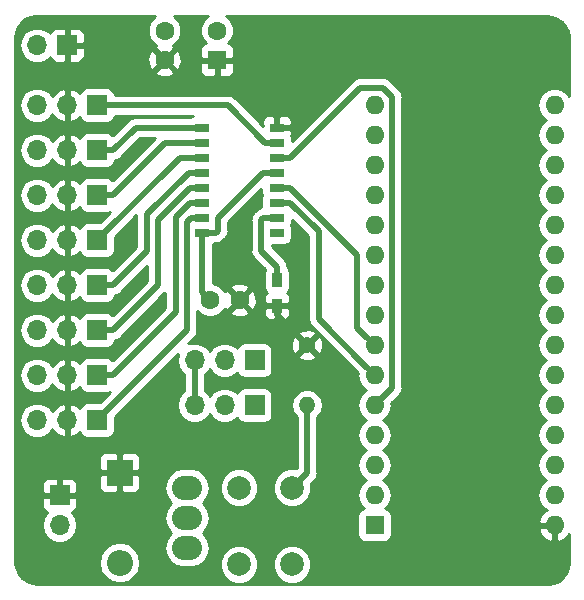
<source format=gbr>
G04 #@! TF.GenerationSoftware,KiCad,Pcbnew,(5.0.0)*
G04 #@! TF.CreationDate,2019-02-06T16:41:10-08:00*
G04 #@! TF.ProjectId,controller,636F6E74726F6C6C65722E6B69636164,rev?*
G04 #@! TF.SameCoordinates,Original*
G04 #@! TF.FileFunction,Copper,L1,Top,Mixed*
G04 #@! TF.FilePolarity,Positive*
%FSLAX46Y46*%
G04 Gerber Fmt 4.6, Leading zero omitted, Abs format (unit mm)*
G04 Created by KiCad (PCBNEW (5.0.0)) date 02/06/19 16:41:10*
%MOMM*%
%LPD*%
G01*
G04 APERTURE LIST*
G04 #@! TA.AperFunction,ComponentPad*
%ADD10O,1.600000X1.600000*%
G04 #@! TD*
G04 #@! TA.AperFunction,ComponentPad*
%ADD11R,1.600000X1.600000*%
G04 #@! TD*
G04 #@! TA.AperFunction,ComponentPad*
%ADD12C,1.600000*%
G04 #@! TD*
G04 #@! TA.AperFunction,ComponentPad*
%ADD13O,2.540000X2.032000*%
G04 #@! TD*
G04 #@! TA.AperFunction,SMDPad,CuDef*
%ADD14R,0.900000X1.200000*%
G04 #@! TD*
G04 #@! TA.AperFunction,SMDPad,CuDef*
%ADD15R,1.300000X0.800000*%
G04 #@! TD*
G04 #@! TA.AperFunction,ComponentPad*
%ADD16R,2.200000X2.200000*%
G04 #@! TD*
G04 #@! TA.AperFunction,ComponentPad*
%ADD17O,2.200000X2.200000*%
G04 #@! TD*
G04 #@! TA.AperFunction,ComponentPad*
%ADD18R,1.700000X1.700000*%
G04 #@! TD*
G04 #@! TA.AperFunction,ComponentPad*
%ADD19O,1.700000X1.700000*%
G04 #@! TD*
G04 #@! TA.AperFunction,ComponentPad*
%ADD20C,2.000000*%
G04 #@! TD*
G04 #@! TA.AperFunction,ComponentPad*
%ADD21O,1.400000X1.400000*%
G04 #@! TD*
G04 #@! TA.AperFunction,ComponentPad*
%ADD22C,1.400000*%
G04 #@! TD*
G04 #@! TA.AperFunction,Conductor*
%ADD23C,0.500000*%
G04 #@! TD*
G04 #@! TA.AperFunction,Conductor*
%ADD24C,0.254000*%
G04 #@! TD*
G04 APERTURE END LIST*
D10*
G04 #@! TO.P,A1,16*
G04 #@! TO.N,Net-(A1-Pad16)*
X46355000Y-8255000D03*
G04 #@! TO.P,A1,15*
G04 #@! TO.N,Net-(A1-Pad15)*
X31115000Y-8255000D03*
G04 #@! TO.P,A1,30*
G04 #@! TO.N,+5V*
X46355000Y-43815000D03*
G04 #@! TO.P,A1,14*
G04 #@! TO.N,Net-(A1-Pad14)*
X31115000Y-10795000D03*
G04 #@! TO.P,A1,29*
G04 #@! TO.N,GND*
X46355000Y-41275000D03*
G04 #@! TO.P,A1,13*
G04 #@! TO.N,Net-(A1-Pad13)*
X31115000Y-13335000D03*
G04 #@! TO.P,A1,28*
G04 #@! TO.N,Net-(A1-Pad28)*
X46355000Y-38735000D03*
G04 #@! TO.P,A1,12*
G04 #@! TO.N,Net-(A1-Pad12)*
X31115000Y-15875000D03*
G04 #@! TO.P,A1,27*
G04 #@! TO.N,Net-(A1-Pad27)*
X46355000Y-36195000D03*
G04 #@! TO.P,A1,11*
G04 #@! TO.N,Net-(A1-Pad11)*
X31115000Y-18415000D03*
G04 #@! TO.P,A1,26*
G04 #@! TO.N,Net-(A1-Pad26)*
X46355000Y-33655000D03*
G04 #@! TO.P,A1,10*
G04 #@! TO.N,Net-(A1-Pad10)*
X31115000Y-20955000D03*
G04 #@! TO.P,A1,25*
G04 #@! TO.N,Net-(A1-Pad25)*
X46355000Y-31115000D03*
G04 #@! TO.P,A1,9*
G04 #@! TO.N,Net-(A1-Pad9)*
X31115000Y-23495000D03*
G04 #@! TO.P,A1,24*
G04 #@! TO.N,Net-(A1-Pad24)*
X46355000Y-28575000D03*
G04 #@! TO.P,A1,8*
G04 #@! TO.N,Net-(A1-Pad8)*
X31115000Y-26035000D03*
G04 #@! TO.P,A1,23*
G04 #@! TO.N,Net-(A1-Pad23)*
X46355000Y-26035000D03*
G04 #@! TO.P,A1,7*
G04 #@! TO.N,Net-(A1-Pad7)*
X31115000Y-28575000D03*
G04 #@! TO.P,A1,22*
G04 #@! TO.N,Net-(A1-Pad22)*
X46355000Y-23495000D03*
G04 #@! TO.P,A1,6*
G04 #@! TO.N,Net-(A1-Pad6)*
X31115000Y-31115000D03*
G04 #@! TO.P,A1,21*
G04 #@! TO.N,Net-(A1-Pad21)*
X46355000Y-20955000D03*
G04 #@! TO.P,A1,5*
G04 #@! TO.N,Net-(A1-Pad5)*
X31115000Y-33655000D03*
G04 #@! TO.P,A1,20*
G04 #@! TO.N,Net-(A1-Pad20)*
X46355000Y-18415000D03*
G04 #@! TO.P,A1,4*
G04 #@! TO.N,GND*
X31115000Y-36195000D03*
G04 #@! TO.P,A1,19*
G04 #@! TO.N,Net-(A1-Pad19)*
X46355000Y-15875000D03*
G04 #@! TO.P,A1,3*
G04 #@! TO.N,Net-(A1-Pad3)*
X31115000Y-38735000D03*
G04 #@! TO.P,A1,18*
G04 #@! TO.N,Net-(A1-Pad18)*
X46355000Y-13335000D03*
G04 #@! TO.P,A1,2*
G04 #@! TO.N,Net-(A1-Pad2)*
X31115000Y-41275000D03*
G04 #@! TO.P,A1,17*
G04 #@! TO.N,Net-(A1-Pad17)*
X46355000Y-10795000D03*
D11*
G04 #@! TO.P,A1,1*
G04 #@! TO.N,Net-(A1-Pad1)*
X31115000Y-43815000D03*
G04 #@! TD*
D12*
G04 #@! TO.P,C1,2*
G04 #@! TO.N,GND*
X17780000Y-1945000D03*
D11*
G04 #@! TO.P,C1,1*
G04 #@! TO.N,+5V*
X17780000Y-4445000D03*
G04 #@! TD*
D12*
G04 #@! TO.P,C2,1*
G04 #@! TO.N,+5V*
X13335000Y-4445000D03*
G04 #@! TO.P,C2,2*
G04 #@! TO.N,GND*
X13335000Y-1945000D03*
G04 #@! TD*
G04 #@! TO.P,C3,2*
G04 #@! TO.N,GND*
X17185000Y-24765000D03*
G04 #@! TO.P,C3,1*
G04 #@! TO.N,+5V*
X19685000Y-24765000D03*
G04 #@! TD*
D13*
G04 #@! TO.P,Q1,1*
G04 #@! TO.N,Net-(A1-Pad13)*
X15240000Y-40640000D03*
G04 #@! TO.P,Q1,3*
G04 #@! TO.N,GND*
X15240000Y-45720000D03*
G04 #@! TO.P,Q1,2*
G04 #@! TO.N,Net-(D1-Pad2)*
X15240000Y-43180000D03*
G04 #@! TD*
D14*
G04 #@! TO.P,R1,2*
G04 #@! TO.N,+5V*
X22860000Y-25230000D03*
G04 #@! TO.P,R1,1*
G04 #@! TO.N,Net-(R1-Pad1)*
X22860000Y-23030000D03*
G04 #@! TD*
D15*
G04 #@! TO.P,U1,16*
G04 #@! TO.N,+5V*
X22835000Y-10155000D03*
G04 #@! TO.P,U1,15*
G04 #@! TO.N,Net-(PWM1-Pad1)*
X22835000Y-11435000D03*
G04 #@! TO.P,U1,14*
G04 #@! TO.N,Net-(A1-Pad5)*
X22835000Y-12695000D03*
G04 #@! TO.P,U1,13*
G04 #@! TO.N,GND*
X22835000Y-13965000D03*
G04 #@! TO.P,U1,12*
G04 #@! TO.N,Net-(A1-Pad7)*
X22835000Y-15245000D03*
G04 #@! TO.P,U1,11*
G04 #@! TO.N,Net-(A1-Pad6)*
X22835000Y-16515000D03*
G04 #@! TO.P,U1,10*
G04 #@! TO.N,Net-(R1-Pad1)*
X22835000Y-17775000D03*
G04 #@! TO.P,U1,9*
G04 #@! TO.N,Net-(U1-Pad9)*
X22835000Y-19055000D03*
G04 #@! TO.P,U1,8*
G04 #@! TO.N,GND*
X16535000Y-19055000D03*
G04 #@! TO.P,U1,7*
G04 #@! TO.N,Net-(PWM8-Pad1)*
X16535000Y-17775000D03*
G04 #@! TO.P,U1,6*
G04 #@! TO.N,Net-(PWM7-Pad1)*
X16535000Y-16515000D03*
G04 #@! TO.P,U1,5*
G04 #@! TO.N,Net-(PWM6-Pad1)*
X16535000Y-15245000D03*
G04 #@! TO.P,U1,4*
G04 #@! TO.N,Net-(PWM5-Pad1)*
X16535000Y-13965000D03*
G04 #@! TO.P,U1,3*
G04 #@! TO.N,Net-(PWM4-Pad1)*
X16535000Y-12695000D03*
G04 #@! TO.P,U1,2*
G04 #@! TO.N,Net-(PWM3-Pad1)*
X16535000Y-11435000D03*
G04 #@! TO.P,U1,1*
G04 #@! TO.N,Net-(PWM2-Pad1)*
X16535000Y-10155000D03*
G04 #@! TD*
D16*
G04 #@! TO.P,D1,1*
G04 #@! TO.N,+5V*
X9525000Y-39370000D03*
D17*
G04 #@! TO.P,D1,2*
G04 #@! TO.N,Net-(D1-Pad2)*
X9525000Y-46990000D03*
G04 #@! TD*
D18*
G04 #@! TO.P,PWM1,1*
G04 #@! TO.N,Net-(PWM1-Pad1)*
X7620000Y-8255000D03*
D19*
G04 #@! TO.P,PWM1,2*
G04 #@! TO.N,+5V*
X5080000Y-8255000D03*
G04 #@! TO.P,PWM1,3*
G04 #@! TO.N,GND*
X2540000Y-8255000D03*
G04 #@! TD*
G04 #@! TO.P,PWM2,3*
G04 #@! TO.N,GND*
X2540000Y-12065000D03*
G04 #@! TO.P,PWM2,2*
G04 #@! TO.N,+5V*
X5080000Y-12065000D03*
D18*
G04 #@! TO.P,PWM2,1*
G04 #@! TO.N,Net-(PWM2-Pad1)*
X7620000Y-12065000D03*
G04 #@! TD*
G04 #@! TO.P,PWM3,1*
G04 #@! TO.N,Net-(PWM3-Pad1)*
X7620000Y-15875000D03*
D19*
G04 #@! TO.P,PWM3,2*
G04 #@! TO.N,+5V*
X5080000Y-15875000D03*
G04 #@! TO.P,PWM3,3*
G04 #@! TO.N,GND*
X2540000Y-15875000D03*
G04 #@! TD*
G04 #@! TO.P,PWM4,3*
G04 #@! TO.N,GND*
X2540000Y-19685000D03*
G04 #@! TO.P,PWM4,2*
G04 #@! TO.N,+5V*
X5080000Y-19685000D03*
D18*
G04 #@! TO.P,PWM4,1*
G04 #@! TO.N,Net-(PWM4-Pad1)*
X7620000Y-19685000D03*
G04 #@! TD*
G04 #@! TO.P,PWM5,1*
G04 #@! TO.N,Net-(PWM5-Pad1)*
X7620000Y-23495000D03*
D19*
G04 #@! TO.P,PWM5,2*
G04 #@! TO.N,+5V*
X5080000Y-23495000D03*
G04 #@! TO.P,PWM5,3*
G04 #@! TO.N,GND*
X2540000Y-23495000D03*
G04 #@! TD*
G04 #@! TO.P,PWM6,3*
G04 #@! TO.N,GND*
X2540000Y-27305000D03*
G04 #@! TO.P,PWM6,2*
G04 #@! TO.N,+5V*
X5080000Y-27305000D03*
D18*
G04 #@! TO.P,PWM6,1*
G04 #@! TO.N,Net-(PWM6-Pad1)*
X7620000Y-27305000D03*
G04 #@! TD*
D19*
G04 #@! TO.P,PWM7,3*
G04 #@! TO.N,GND*
X2540000Y-31115000D03*
G04 #@! TO.P,PWM7,2*
G04 #@! TO.N,+5V*
X5080000Y-31115000D03*
D18*
G04 #@! TO.P,PWM7,1*
G04 #@! TO.N,Net-(PWM7-Pad1)*
X7620000Y-31115000D03*
G04 #@! TD*
G04 #@! TO.P,PWM8,1*
G04 #@! TO.N,Net-(PWM8-Pad1)*
X7620000Y-34925000D03*
D19*
G04 #@! TO.P,PWM8,2*
G04 #@! TO.N,+5V*
X5080000Y-34925000D03*
G04 #@! TO.P,PWM8,3*
G04 #@! TO.N,GND*
X2540000Y-34925000D03*
G04 #@! TD*
D18*
G04 #@! TO.P,PWMIN1,1*
G04 #@! TO.N,Net-(A1-Pad14)*
X20955000Y-29845000D03*
D19*
G04 #@! TO.P,PWMIN1,2*
G04 #@! TO.N,Net-(PWMIN1-Pad2)*
X18415000Y-29845000D03*
G04 #@! TO.P,PWMIN1,3*
G04 #@! TO.N,GND*
X15875000Y-29845000D03*
G04 #@! TD*
G04 #@! TO.P,PWMIN2,3*
G04 #@! TO.N,GND*
X15875000Y-33655000D03*
G04 #@! TO.P,PWMIN2,2*
G04 #@! TO.N,Net-(PWMIN2-Pad2)*
X18415000Y-33655000D03*
D18*
G04 #@! TO.P,PWMIN2,1*
G04 #@! TO.N,Net-(A1-Pad15)*
X20955000Y-33655000D03*
G04 #@! TD*
D19*
G04 #@! TO.P,SWPWR1,2*
G04 #@! TO.N,Net-(D1-Pad2)*
X4445000Y-43815000D03*
D18*
G04 #@! TO.P,SWPWR1,1*
G04 #@! TO.N,+5V*
X4445000Y-41275000D03*
G04 #@! TD*
D20*
G04 #@! TO.P,SWPWR_TEST1,1*
G04 #@! TO.N,Net-(A1-Pad13)*
X19630000Y-47140000D03*
G04 #@! TO.P,SWPWR_TEST1,2*
G04 #@! TO.N,Net-(R2-Pad2)*
X24130000Y-47140000D03*
G04 #@! TO.P,SWPWR_TEST1,1*
G04 #@! TO.N,Net-(A1-Pad13)*
X19630000Y-40640000D03*
G04 #@! TO.P,SWPWR_TEST1,2*
G04 #@! TO.N,Net-(R2-Pad2)*
X24130000Y-40640000D03*
G04 #@! TD*
D18*
G04 #@! TO.P,VIN1,1*
G04 #@! TO.N,+5V*
X5080000Y-3175000D03*
D19*
G04 #@! TO.P,VIN1,2*
G04 #@! TO.N,GND*
X2540000Y-3175000D03*
G04 #@! TD*
D21*
G04 #@! TO.P,R2,2*
G04 #@! TO.N,Net-(R2-Pad2)*
X25400000Y-33655000D03*
D22*
G04 #@! TO.P,R2,1*
G04 #@! TO.N,+5V*
X25400000Y-28575000D03*
G04 #@! TD*
D23*
G04 #@! TO.N,GND*
X16535000Y-24115000D02*
X17185000Y-24765000D01*
X16535000Y-19055000D02*
X16535000Y-24115000D01*
X17685000Y-19055000D02*
X16535000Y-19055000D01*
X17855001Y-18884999D02*
X17685000Y-19055000D01*
X17855001Y-17794999D02*
X17855001Y-18884999D01*
X21685000Y-13965000D02*
X17855001Y-17794999D01*
X22835000Y-13965000D02*
X21685000Y-13965000D01*
X15875000Y-29845000D02*
X15875000Y-33655000D01*
G04 #@! TO.N,+5V*
X22860000Y-26035000D02*
X25400000Y-28575000D01*
X22860000Y-25230000D02*
X22860000Y-26035000D01*
G04 #@! TO.N,Net-(R1-Pad1)*
X22860000Y-21930000D02*
X22860000Y-23030000D01*
X21514999Y-20584999D02*
X22860000Y-21930000D01*
X21514999Y-17945001D02*
X21514999Y-20584999D01*
X21685000Y-17775000D02*
X21514999Y-17945001D01*
X22835000Y-17775000D02*
X21685000Y-17775000D01*
G04 #@! TO.N,Net-(A1-Pad5)*
X31914999Y-32855001D02*
X31115000Y-33655000D01*
X32585001Y-7549399D02*
X32585001Y-32184999D01*
X32585001Y-32184999D02*
X31914999Y-32855001D01*
X31820601Y-6784999D02*
X32585001Y-7549399D01*
X29895001Y-6784999D02*
X31820601Y-6784999D01*
X23985000Y-12695000D02*
X29895001Y-6784999D01*
X22835000Y-12695000D02*
X23985000Y-12695000D01*
G04 #@! TO.N,Net-(A1-Pad7)*
X30315001Y-27775001D02*
X31115000Y-28575000D01*
X29644999Y-27104999D02*
X30315001Y-27775001D01*
X23985000Y-15245000D02*
X29644999Y-20904999D01*
X22835000Y-15245000D02*
X23985000Y-15245000D01*
X29644999Y-20904999D02*
X29644999Y-27104999D01*
G04 #@! TO.N,Net-(A1-Pad6)*
X26384989Y-18946081D02*
X26384989Y-26384989D01*
X30315001Y-30315001D02*
X31115000Y-31115000D01*
X23953908Y-16515000D02*
X26384989Y-18946081D01*
X22835000Y-16515000D02*
X23953908Y-16515000D01*
X26384989Y-26384989D02*
X30315001Y-30315001D01*
G04 #@! TO.N,Net-(R2-Pad2)*
X25400000Y-39370000D02*
X24130000Y-40640000D01*
X25400000Y-33655000D02*
X25400000Y-39370000D01*
G04 #@! TO.N,Net-(PWM1-Pad1)*
X21858998Y-11435000D02*
X22835000Y-11435000D01*
X18678998Y-8255000D02*
X21858998Y-11435000D01*
X7620000Y-8255000D02*
X18678998Y-8255000D01*
G04 #@! TO.N,Net-(PWM2-Pad1)*
X15385000Y-10155000D02*
X16535000Y-10155000D01*
X10880000Y-10155000D02*
X15385000Y-10155000D01*
X8970000Y-12065000D02*
X10880000Y-10155000D01*
X7620000Y-12065000D02*
X8970000Y-12065000D01*
G04 #@! TO.N,Net-(PWM3-Pad1)*
X15385000Y-11435000D02*
X16535000Y-11435000D01*
X13410000Y-11435000D02*
X15385000Y-11435000D01*
X8970000Y-15875000D02*
X13410000Y-11435000D01*
X7620000Y-15875000D02*
X8970000Y-15875000D01*
G04 #@! TO.N,Net-(PWM4-Pad1)*
X14610000Y-12695000D02*
X16535000Y-12695000D01*
X7620000Y-19685000D02*
X14610000Y-12695000D01*
G04 #@! TO.N,Net-(PWM5-Pad1)*
X11844969Y-20620031D02*
X11844969Y-17505031D01*
X7620000Y-23495000D02*
X8970000Y-23495000D01*
X15385000Y-13965000D02*
X16535000Y-13965000D01*
X11844969Y-17505031D02*
X15385000Y-13965000D01*
X8970000Y-23495000D02*
X11844969Y-20620031D01*
G04 #@! TO.N,Net-(PWM6-Pad1)*
X7620000Y-27305000D02*
X8970000Y-27305000D01*
X8970000Y-27305000D02*
X12764978Y-23510022D01*
X12764978Y-17966836D02*
X15486814Y-15245000D01*
X12764978Y-23510022D02*
X12764978Y-17966836D01*
X15486814Y-15245000D02*
X16535000Y-15245000D01*
G04 #@! TO.N,Net-(PWM7-Pad1)*
X15517906Y-16515000D02*
X16535000Y-16515000D01*
X8970000Y-31115000D02*
X14294989Y-25790011D01*
X14294989Y-17737917D02*
X15517906Y-16515000D01*
X7620000Y-31115000D02*
X8970000Y-31115000D01*
X14294989Y-25790011D02*
X14294989Y-17737917D01*
G04 #@! TO.N,Net-(PWM8-Pad1)*
X15558998Y-17775000D02*
X16535000Y-17775000D01*
X15214999Y-18118999D02*
X15558998Y-17775000D01*
X7620000Y-34925000D02*
X15214999Y-27330001D01*
X15214999Y-27330001D02*
X15214999Y-18118999D01*
G04 #@! TD*
D24*
G04 #@! TO.N,+5V*
G36*
X12522138Y-728466D02*
X12118466Y-1132138D01*
X11900000Y-1659561D01*
X11900000Y-2230439D01*
X12118466Y-2757862D01*
X12522138Y-3161534D01*
X12587299Y-3188525D01*
X12580995Y-3191136D01*
X12506861Y-3437255D01*
X13335000Y-4265395D01*
X14163139Y-3437255D01*
X14089005Y-3191136D01*
X14082254Y-3188710D01*
X14147862Y-3161534D01*
X14551534Y-2757862D01*
X14770000Y-2230439D01*
X14770000Y-1659561D01*
X14551534Y-1132138D01*
X14147862Y-728466D01*
X14103281Y-710000D01*
X17011719Y-710000D01*
X16967138Y-728466D01*
X16563466Y-1132138D01*
X16345000Y-1659561D01*
X16345000Y-2230439D01*
X16563466Y-2757862D01*
X16826759Y-3021155D01*
X16620301Y-3106673D01*
X16441673Y-3285302D01*
X16345000Y-3518691D01*
X16345000Y-4159250D01*
X16503750Y-4318000D01*
X17653000Y-4318000D01*
X17653000Y-4298000D01*
X17907000Y-4298000D01*
X17907000Y-4318000D01*
X19056250Y-4318000D01*
X19215000Y-4159250D01*
X19215000Y-3518691D01*
X19118327Y-3285302D01*
X18939699Y-3106673D01*
X18733241Y-3021155D01*
X18996534Y-2757862D01*
X19215000Y-2230439D01*
X19215000Y-1659561D01*
X18996534Y-1132138D01*
X18592862Y-728466D01*
X18548281Y-710000D01*
X45675334Y-710000D01*
X46173698Y-772958D01*
X46598893Y-941305D01*
X46968858Y-1210101D01*
X47260356Y-1562462D01*
X47455067Y-1976244D01*
X47547093Y-2458662D01*
X47550001Y-2551195D01*
X47550001Y-7460514D01*
X47389577Y-7220423D01*
X46914909Y-6903260D01*
X46496333Y-6820000D01*
X46213667Y-6820000D01*
X45795091Y-6903260D01*
X45320423Y-7220423D01*
X45003260Y-7695091D01*
X44891887Y-8255000D01*
X45003260Y-8814909D01*
X45320423Y-9289577D01*
X45672758Y-9525000D01*
X45320423Y-9760423D01*
X45003260Y-10235091D01*
X44891887Y-10795000D01*
X45003260Y-11354909D01*
X45320423Y-11829577D01*
X45672758Y-12065000D01*
X45320423Y-12300423D01*
X45003260Y-12775091D01*
X44891887Y-13335000D01*
X45003260Y-13894909D01*
X45320423Y-14369577D01*
X45672758Y-14605000D01*
X45320423Y-14840423D01*
X45003260Y-15315091D01*
X44891887Y-15875000D01*
X45003260Y-16434909D01*
X45320423Y-16909577D01*
X45672758Y-17145000D01*
X45320423Y-17380423D01*
X45003260Y-17855091D01*
X44891887Y-18415000D01*
X45003260Y-18974909D01*
X45320423Y-19449577D01*
X45672758Y-19685000D01*
X45320423Y-19920423D01*
X45003260Y-20395091D01*
X44891887Y-20955000D01*
X45003260Y-21514909D01*
X45320423Y-21989577D01*
X45672758Y-22225000D01*
X45320423Y-22460423D01*
X45003260Y-22935091D01*
X44891887Y-23495000D01*
X45003260Y-24054909D01*
X45320423Y-24529577D01*
X45672758Y-24765000D01*
X45320423Y-25000423D01*
X45003260Y-25475091D01*
X44891887Y-26035000D01*
X45003260Y-26594909D01*
X45320423Y-27069577D01*
X45672758Y-27305000D01*
X45320423Y-27540423D01*
X45003260Y-28015091D01*
X44891887Y-28575000D01*
X45003260Y-29134909D01*
X45320423Y-29609577D01*
X45672758Y-29845000D01*
X45320423Y-30080423D01*
X45003260Y-30555091D01*
X44891887Y-31115000D01*
X45003260Y-31674909D01*
X45320423Y-32149577D01*
X45672758Y-32385000D01*
X45320423Y-32620423D01*
X45003260Y-33095091D01*
X44891887Y-33655000D01*
X45003260Y-34214909D01*
X45320423Y-34689577D01*
X45672758Y-34925000D01*
X45320423Y-35160423D01*
X45003260Y-35635091D01*
X44891887Y-36195000D01*
X45003260Y-36754909D01*
X45320423Y-37229577D01*
X45672758Y-37465000D01*
X45320423Y-37700423D01*
X45003260Y-38175091D01*
X44891887Y-38735000D01*
X45003260Y-39294909D01*
X45320423Y-39769577D01*
X45672758Y-40005000D01*
X45320423Y-40240423D01*
X45003260Y-40715091D01*
X44891887Y-41275000D01*
X45003260Y-41834909D01*
X45320423Y-42309577D01*
X45704108Y-42565947D01*
X45499866Y-42662611D01*
X45123959Y-43077577D01*
X44963096Y-43465961D01*
X45085085Y-43688000D01*
X46228000Y-43688000D01*
X46228000Y-43668000D01*
X46482000Y-43668000D01*
X46482000Y-43688000D01*
X46502000Y-43688000D01*
X46502000Y-43942000D01*
X46482000Y-43942000D01*
X46482000Y-45085629D01*
X46704041Y-45206914D01*
X47210134Y-44967389D01*
X47550000Y-44592209D01*
X47550000Y-46945333D01*
X47487042Y-47443699D01*
X47318697Y-47868889D01*
X47049899Y-48238859D01*
X46697541Y-48530355D01*
X46283756Y-48725067D01*
X45801339Y-48817093D01*
X45708836Y-48820000D01*
X2584667Y-48820000D01*
X2086301Y-48757042D01*
X1661111Y-48588697D01*
X1291141Y-48319899D01*
X999645Y-47967541D01*
X804933Y-47553756D01*
X712907Y-47071339D01*
X710351Y-46990000D01*
X7756010Y-46990000D01*
X7890666Y-47666963D01*
X8274135Y-48240865D01*
X8848037Y-48624334D01*
X9354120Y-48725000D01*
X9695880Y-48725000D01*
X10201963Y-48624334D01*
X10775865Y-48240865D01*
X11159334Y-47666963D01*
X11293990Y-46990000D01*
X11159334Y-46313037D01*
X10775865Y-45739135D01*
X10201963Y-45355666D01*
X9695880Y-45255000D01*
X9354120Y-45255000D01*
X8848037Y-45355666D01*
X8274135Y-45739135D01*
X7890666Y-46313037D01*
X7756010Y-46990000D01*
X710351Y-46990000D01*
X710000Y-46978836D01*
X710000Y-43815000D01*
X2930908Y-43815000D01*
X3046161Y-44394418D01*
X3374375Y-44885625D01*
X3865582Y-45213839D01*
X4298744Y-45300000D01*
X4591256Y-45300000D01*
X5024418Y-45213839D01*
X5515625Y-44885625D01*
X5843839Y-44394418D01*
X5959092Y-43815000D01*
X5843839Y-43235582D01*
X5515625Y-42744375D01*
X5493967Y-42729904D01*
X5654698Y-42663327D01*
X5833327Y-42484699D01*
X5930000Y-42251310D01*
X5930000Y-41560750D01*
X5771250Y-41402000D01*
X4572000Y-41402000D01*
X4572000Y-41422000D01*
X4318000Y-41422000D01*
X4318000Y-41402000D01*
X3118750Y-41402000D01*
X2960000Y-41560750D01*
X2960000Y-42251310D01*
X3056673Y-42484699D01*
X3235302Y-42663327D01*
X3396033Y-42729904D01*
X3374375Y-42744375D01*
X3046161Y-43235582D01*
X2930908Y-43815000D01*
X710000Y-43815000D01*
X710000Y-40298690D01*
X2960000Y-40298690D01*
X2960000Y-40989250D01*
X3118750Y-41148000D01*
X4318000Y-41148000D01*
X4318000Y-39948750D01*
X4572000Y-39948750D01*
X4572000Y-41148000D01*
X5771250Y-41148000D01*
X5930000Y-40989250D01*
X5930000Y-40298690D01*
X5833327Y-40065301D01*
X5654698Y-39886673D01*
X5421309Y-39790000D01*
X4730750Y-39790000D01*
X4572000Y-39948750D01*
X4318000Y-39948750D01*
X4159250Y-39790000D01*
X3468691Y-39790000D01*
X3235302Y-39886673D01*
X3056673Y-40065301D01*
X2960000Y-40298690D01*
X710000Y-40298690D01*
X710000Y-39655750D01*
X7790000Y-39655750D01*
X7790000Y-40596309D01*
X7886673Y-40829698D01*
X8065301Y-41008327D01*
X8298690Y-41105000D01*
X9239250Y-41105000D01*
X9398000Y-40946250D01*
X9398000Y-39497000D01*
X9652000Y-39497000D01*
X9652000Y-40946250D01*
X9810750Y-41105000D01*
X10751310Y-41105000D01*
X10984699Y-41008327D01*
X11163327Y-40829698D01*
X11241902Y-40640000D01*
X13302655Y-40640000D01*
X13430792Y-41284188D01*
X13795695Y-41830305D01*
X13914967Y-41910000D01*
X13795695Y-41989695D01*
X13430792Y-42535812D01*
X13302655Y-43180000D01*
X13430792Y-43824188D01*
X13795695Y-44370305D01*
X13914967Y-44450000D01*
X13795695Y-44529695D01*
X13430792Y-45075812D01*
X13302655Y-45720000D01*
X13430792Y-46364188D01*
X13795695Y-46910305D01*
X14341812Y-47275208D01*
X14823391Y-47371000D01*
X15656609Y-47371000D01*
X16138188Y-47275208D01*
X16684305Y-46910305D01*
X16748133Y-46814778D01*
X17995000Y-46814778D01*
X17995000Y-47465222D01*
X18243914Y-48066153D01*
X18703847Y-48526086D01*
X19304778Y-48775000D01*
X19955222Y-48775000D01*
X20556153Y-48526086D01*
X21016086Y-48066153D01*
X21265000Y-47465222D01*
X21265000Y-46814778D01*
X22495000Y-46814778D01*
X22495000Y-47465222D01*
X22743914Y-48066153D01*
X23203847Y-48526086D01*
X23804778Y-48775000D01*
X24455222Y-48775000D01*
X25056153Y-48526086D01*
X25516086Y-48066153D01*
X25765000Y-47465222D01*
X25765000Y-46814778D01*
X25516086Y-46213847D01*
X25056153Y-45753914D01*
X24455222Y-45505000D01*
X23804778Y-45505000D01*
X23203847Y-45753914D01*
X22743914Y-46213847D01*
X22495000Y-46814778D01*
X21265000Y-46814778D01*
X21016086Y-46213847D01*
X20556153Y-45753914D01*
X19955222Y-45505000D01*
X19304778Y-45505000D01*
X18703847Y-45753914D01*
X18243914Y-46213847D01*
X17995000Y-46814778D01*
X16748133Y-46814778D01*
X17049208Y-46364188D01*
X17177345Y-45720000D01*
X17049208Y-45075812D01*
X16684305Y-44529695D01*
X16565033Y-44450000D01*
X16684305Y-44370305D01*
X17049208Y-43824188D01*
X17177345Y-43180000D01*
X17049208Y-42535812D01*
X16684305Y-41989695D01*
X16565033Y-41910000D01*
X16684305Y-41830305D01*
X17049208Y-41284188D01*
X17177345Y-40640000D01*
X17112655Y-40314778D01*
X17995000Y-40314778D01*
X17995000Y-40965222D01*
X18243914Y-41566153D01*
X18703847Y-42026086D01*
X19304778Y-42275000D01*
X19955222Y-42275000D01*
X20556153Y-42026086D01*
X21016086Y-41566153D01*
X21265000Y-40965222D01*
X21265000Y-40314778D01*
X22495000Y-40314778D01*
X22495000Y-40965222D01*
X22743914Y-41566153D01*
X23203847Y-42026086D01*
X23804778Y-42275000D01*
X24455222Y-42275000D01*
X25056153Y-42026086D01*
X25516086Y-41566153D01*
X25765000Y-40965222D01*
X25765000Y-40314778D01*
X25747954Y-40273625D01*
X25964156Y-40057423D01*
X26038049Y-40008049D01*
X26233652Y-39715310D01*
X26285000Y-39457165D01*
X26285000Y-39457161D01*
X26302337Y-39370001D01*
X26285000Y-39282841D01*
X26285000Y-34669252D01*
X26362481Y-34617481D01*
X26657542Y-34175891D01*
X26761154Y-33655000D01*
X26657542Y-33134109D01*
X26362481Y-32692519D01*
X25920891Y-32397458D01*
X25531485Y-32320000D01*
X25268515Y-32320000D01*
X24879109Y-32397458D01*
X24437519Y-32692519D01*
X24142458Y-33134109D01*
X24038846Y-33655000D01*
X24142458Y-34175891D01*
X24437519Y-34617481D01*
X24515000Y-34669252D01*
X24515001Y-39003420D01*
X24496375Y-39022046D01*
X24455222Y-39005000D01*
X23804778Y-39005000D01*
X23203847Y-39253914D01*
X22743914Y-39713847D01*
X22495000Y-40314778D01*
X21265000Y-40314778D01*
X21016086Y-39713847D01*
X20556153Y-39253914D01*
X19955222Y-39005000D01*
X19304778Y-39005000D01*
X18703847Y-39253914D01*
X18243914Y-39713847D01*
X17995000Y-40314778D01*
X17112655Y-40314778D01*
X17049208Y-39995812D01*
X16684305Y-39449695D01*
X16138188Y-39084792D01*
X15656609Y-38989000D01*
X14823391Y-38989000D01*
X14341812Y-39084792D01*
X13795695Y-39449695D01*
X13430792Y-39995812D01*
X13302655Y-40640000D01*
X11241902Y-40640000D01*
X11260000Y-40596309D01*
X11260000Y-39655750D01*
X11101250Y-39497000D01*
X9652000Y-39497000D01*
X9398000Y-39497000D01*
X7948750Y-39497000D01*
X7790000Y-39655750D01*
X710000Y-39655750D01*
X710000Y-38143691D01*
X7790000Y-38143691D01*
X7790000Y-39084250D01*
X7948750Y-39243000D01*
X9398000Y-39243000D01*
X9398000Y-37793750D01*
X9652000Y-37793750D01*
X9652000Y-39243000D01*
X11101250Y-39243000D01*
X11260000Y-39084250D01*
X11260000Y-38143691D01*
X11163327Y-37910302D01*
X10984699Y-37731673D01*
X10751310Y-37635000D01*
X9810750Y-37635000D01*
X9652000Y-37793750D01*
X9398000Y-37793750D01*
X9239250Y-37635000D01*
X8298690Y-37635000D01*
X8065301Y-37731673D01*
X7886673Y-37910302D01*
X7790000Y-38143691D01*
X710000Y-38143691D01*
X710000Y-34925000D01*
X1025908Y-34925000D01*
X1141161Y-35504418D01*
X1469375Y-35995625D01*
X1960582Y-36323839D01*
X2393744Y-36410000D01*
X2686256Y-36410000D01*
X3119418Y-36323839D01*
X3610625Y-35995625D01*
X3823843Y-35676522D01*
X3884817Y-35806358D01*
X4313076Y-36196645D01*
X4723110Y-36366476D01*
X4953000Y-36245155D01*
X4953000Y-35052000D01*
X4933000Y-35052000D01*
X4933000Y-34798000D01*
X4953000Y-34798000D01*
X4953000Y-33604845D01*
X4723110Y-33483524D01*
X4313076Y-33653355D01*
X3884817Y-34043642D01*
X3823843Y-34173478D01*
X3610625Y-33854375D01*
X3119418Y-33526161D01*
X2686256Y-33440000D01*
X2393744Y-33440000D01*
X1960582Y-33526161D01*
X1469375Y-33854375D01*
X1141161Y-34345582D01*
X1025908Y-34925000D01*
X710000Y-34925000D01*
X710000Y-31115000D01*
X1025908Y-31115000D01*
X1141161Y-31694418D01*
X1469375Y-32185625D01*
X1960582Y-32513839D01*
X2393744Y-32600000D01*
X2686256Y-32600000D01*
X3119418Y-32513839D01*
X3610625Y-32185625D01*
X3823843Y-31866522D01*
X3884817Y-31996358D01*
X4313076Y-32386645D01*
X4723110Y-32556476D01*
X4953000Y-32435155D01*
X4953000Y-31242000D01*
X4933000Y-31242000D01*
X4933000Y-30988000D01*
X4953000Y-30988000D01*
X4953000Y-29794845D01*
X4723110Y-29673524D01*
X4313076Y-29843355D01*
X3884817Y-30233642D01*
X3823843Y-30363478D01*
X3610625Y-30044375D01*
X3119418Y-29716161D01*
X2686256Y-29630000D01*
X2393744Y-29630000D01*
X1960582Y-29716161D01*
X1469375Y-30044375D01*
X1141161Y-30535582D01*
X1025908Y-31115000D01*
X710000Y-31115000D01*
X710000Y-27305000D01*
X1025908Y-27305000D01*
X1141161Y-27884418D01*
X1469375Y-28375625D01*
X1960582Y-28703839D01*
X2393744Y-28790000D01*
X2686256Y-28790000D01*
X3119418Y-28703839D01*
X3610625Y-28375625D01*
X3823843Y-28056522D01*
X3884817Y-28186358D01*
X4313076Y-28576645D01*
X4723110Y-28746476D01*
X4953000Y-28625155D01*
X4953000Y-27432000D01*
X4933000Y-27432000D01*
X4933000Y-27178000D01*
X4953000Y-27178000D01*
X4953000Y-25984845D01*
X4723110Y-25863524D01*
X4313076Y-26033355D01*
X3884817Y-26423642D01*
X3823843Y-26553478D01*
X3610625Y-26234375D01*
X3119418Y-25906161D01*
X2686256Y-25820000D01*
X2393744Y-25820000D01*
X1960582Y-25906161D01*
X1469375Y-26234375D01*
X1141161Y-26725582D01*
X1025908Y-27305000D01*
X710000Y-27305000D01*
X710000Y-23495000D01*
X1025908Y-23495000D01*
X1141161Y-24074418D01*
X1469375Y-24565625D01*
X1960582Y-24893839D01*
X2393744Y-24980000D01*
X2686256Y-24980000D01*
X3119418Y-24893839D01*
X3610625Y-24565625D01*
X3823843Y-24246522D01*
X3884817Y-24376358D01*
X4313076Y-24766645D01*
X4723110Y-24936476D01*
X4953000Y-24815155D01*
X4953000Y-23622000D01*
X4933000Y-23622000D01*
X4933000Y-23368000D01*
X4953000Y-23368000D01*
X4953000Y-22174845D01*
X4723110Y-22053524D01*
X4313076Y-22223355D01*
X3884817Y-22613642D01*
X3823843Y-22743478D01*
X3610625Y-22424375D01*
X3119418Y-22096161D01*
X2686256Y-22010000D01*
X2393744Y-22010000D01*
X1960582Y-22096161D01*
X1469375Y-22424375D01*
X1141161Y-22915582D01*
X1025908Y-23495000D01*
X710000Y-23495000D01*
X710000Y-19685000D01*
X1025908Y-19685000D01*
X1141161Y-20264418D01*
X1469375Y-20755625D01*
X1960582Y-21083839D01*
X2393744Y-21170000D01*
X2686256Y-21170000D01*
X3119418Y-21083839D01*
X3610625Y-20755625D01*
X3823843Y-20436522D01*
X3884817Y-20566358D01*
X4313076Y-20956645D01*
X4723110Y-21126476D01*
X4953000Y-21005155D01*
X4953000Y-19812000D01*
X4933000Y-19812000D01*
X4933000Y-19558000D01*
X4953000Y-19558000D01*
X4953000Y-18364845D01*
X4723110Y-18243524D01*
X4313076Y-18413355D01*
X3884817Y-18803642D01*
X3823843Y-18933478D01*
X3610625Y-18614375D01*
X3119418Y-18286161D01*
X2686256Y-18200000D01*
X2393744Y-18200000D01*
X1960582Y-18286161D01*
X1469375Y-18614375D01*
X1141161Y-19105582D01*
X1025908Y-19685000D01*
X710000Y-19685000D01*
X710000Y-15875000D01*
X1025908Y-15875000D01*
X1141161Y-16454418D01*
X1469375Y-16945625D01*
X1960582Y-17273839D01*
X2393744Y-17360000D01*
X2686256Y-17360000D01*
X3119418Y-17273839D01*
X3610625Y-16945625D01*
X3823843Y-16626522D01*
X3884817Y-16756358D01*
X4313076Y-17146645D01*
X4723110Y-17316476D01*
X4953000Y-17195155D01*
X4953000Y-16002000D01*
X4933000Y-16002000D01*
X4933000Y-15748000D01*
X4953000Y-15748000D01*
X4953000Y-14554845D01*
X4723110Y-14433524D01*
X4313076Y-14603355D01*
X3884817Y-14993642D01*
X3823843Y-15123478D01*
X3610625Y-14804375D01*
X3119418Y-14476161D01*
X2686256Y-14390000D01*
X2393744Y-14390000D01*
X1960582Y-14476161D01*
X1469375Y-14804375D01*
X1141161Y-15295582D01*
X1025908Y-15875000D01*
X710000Y-15875000D01*
X710000Y-12065000D01*
X1025908Y-12065000D01*
X1141161Y-12644418D01*
X1469375Y-13135625D01*
X1960582Y-13463839D01*
X2393744Y-13550000D01*
X2686256Y-13550000D01*
X3119418Y-13463839D01*
X3610625Y-13135625D01*
X3823843Y-12816522D01*
X3884817Y-12946358D01*
X4313076Y-13336645D01*
X4723110Y-13506476D01*
X4953000Y-13385155D01*
X4953000Y-12192000D01*
X4933000Y-12192000D01*
X4933000Y-11938000D01*
X4953000Y-11938000D01*
X4953000Y-10744845D01*
X4723110Y-10623524D01*
X4313076Y-10793355D01*
X3884817Y-11183642D01*
X3823843Y-11313478D01*
X3610625Y-10994375D01*
X3119418Y-10666161D01*
X2686256Y-10580000D01*
X2393744Y-10580000D01*
X1960582Y-10666161D01*
X1469375Y-10994375D01*
X1141161Y-11485582D01*
X1025908Y-12065000D01*
X710000Y-12065000D01*
X710000Y-8255000D01*
X1025908Y-8255000D01*
X1141161Y-8834418D01*
X1469375Y-9325625D01*
X1960582Y-9653839D01*
X2393744Y-9740000D01*
X2686256Y-9740000D01*
X3119418Y-9653839D01*
X3610625Y-9325625D01*
X3823843Y-9006522D01*
X3884817Y-9136358D01*
X4313076Y-9526645D01*
X4723110Y-9696476D01*
X4953000Y-9575155D01*
X4953000Y-8382000D01*
X4933000Y-8382000D01*
X4933000Y-8128000D01*
X4953000Y-8128000D01*
X4953000Y-6934845D01*
X5207000Y-6934845D01*
X5207000Y-8128000D01*
X5227000Y-8128000D01*
X5227000Y-8382000D01*
X5207000Y-8382000D01*
X5207000Y-9575155D01*
X5436890Y-9696476D01*
X5846924Y-9526645D01*
X6151261Y-9249292D01*
X6171843Y-9352765D01*
X6312191Y-9562809D01*
X6522235Y-9703157D01*
X6770000Y-9752440D01*
X8470000Y-9752440D01*
X8717765Y-9703157D01*
X8927809Y-9562809D01*
X9068157Y-9352765D01*
X9110478Y-9140000D01*
X15721911Y-9140000D01*
X15637235Y-9156843D01*
X15467885Y-9270000D01*
X10967161Y-9270000D01*
X10880000Y-9252663D01*
X10792839Y-9270000D01*
X10792835Y-9270000D01*
X10534690Y-9321348D01*
X10315845Y-9467576D01*
X10315844Y-9467577D01*
X10241951Y-9516951D01*
X10192577Y-9590844D01*
X8967231Y-10816190D01*
X8927809Y-10757191D01*
X8717765Y-10616843D01*
X8470000Y-10567560D01*
X6770000Y-10567560D01*
X6522235Y-10616843D01*
X6312191Y-10757191D01*
X6171843Y-10967235D01*
X6151261Y-11070708D01*
X5846924Y-10793355D01*
X5436890Y-10623524D01*
X5207000Y-10744845D01*
X5207000Y-11938000D01*
X5227000Y-11938000D01*
X5227000Y-12192000D01*
X5207000Y-12192000D01*
X5207000Y-13385155D01*
X5436890Y-13506476D01*
X5846924Y-13336645D01*
X6151261Y-13059292D01*
X6171843Y-13162765D01*
X6312191Y-13372809D01*
X6522235Y-13513157D01*
X6770000Y-13562440D01*
X8470000Y-13562440D01*
X8717765Y-13513157D01*
X8927809Y-13372809D01*
X9068157Y-13162765D01*
X9112674Y-12938959D01*
X9315310Y-12898652D01*
X9608049Y-12703049D01*
X9657425Y-12629153D01*
X11246579Y-11040000D01*
X12553421Y-11040000D01*
X8967231Y-14626190D01*
X8927809Y-14567191D01*
X8717765Y-14426843D01*
X8470000Y-14377560D01*
X6770000Y-14377560D01*
X6522235Y-14426843D01*
X6312191Y-14567191D01*
X6171843Y-14777235D01*
X6151261Y-14880708D01*
X5846924Y-14603355D01*
X5436890Y-14433524D01*
X5207000Y-14554845D01*
X5207000Y-15748000D01*
X5227000Y-15748000D01*
X5227000Y-16002000D01*
X5207000Y-16002000D01*
X5207000Y-17195155D01*
X5436890Y-17316476D01*
X5846924Y-17146645D01*
X6151261Y-16869292D01*
X6171843Y-16972765D01*
X6312191Y-17182809D01*
X6522235Y-17323157D01*
X6770000Y-17372440D01*
X8470000Y-17372440D01*
X8717765Y-17323157D01*
X8755436Y-17297986D01*
X7865862Y-18187560D01*
X6770000Y-18187560D01*
X6522235Y-18236843D01*
X6312191Y-18377191D01*
X6171843Y-18587235D01*
X6151261Y-18690708D01*
X5846924Y-18413355D01*
X5436890Y-18243524D01*
X5207000Y-18364845D01*
X5207000Y-19558000D01*
X5227000Y-19558000D01*
X5227000Y-19812000D01*
X5207000Y-19812000D01*
X5207000Y-21005155D01*
X5436890Y-21126476D01*
X5846924Y-20956645D01*
X6151261Y-20679292D01*
X6171843Y-20782765D01*
X6312191Y-20992809D01*
X6522235Y-21133157D01*
X6770000Y-21182440D01*
X8470000Y-21182440D01*
X8717765Y-21133157D01*
X8927809Y-20992809D01*
X9068157Y-20782765D01*
X9117440Y-20535000D01*
X9117440Y-19439138D01*
X10959970Y-17596608D01*
X10959969Y-20253452D01*
X8967231Y-22246190D01*
X8927809Y-22187191D01*
X8717765Y-22046843D01*
X8470000Y-21997560D01*
X6770000Y-21997560D01*
X6522235Y-22046843D01*
X6312191Y-22187191D01*
X6171843Y-22397235D01*
X6151261Y-22500708D01*
X5846924Y-22223355D01*
X5436890Y-22053524D01*
X5207000Y-22174845D01*
X5207000Y-23368000D01*
X5227000Y-23368000D01*
X5227000Y-23622000D01*
X5207000Y-23622000D01*
X5207000Y-24815155D01*
X5436890Y-24936476D01*
X5846924Y-24766645D01*
X6151261Y-24489292D01*
X6171843Y-24592765D01*
X6312191Y-24802809D01*
X6522235Y-24943157D01*
X6770000Y-24992440D01*
X8470000Y-24992440D01*
X8717765Y-24943157D01*
X8927809Y-24802809D01*
X9068157Y-24592765D01*
X9112674Y-24368959D01*
X9315310Y-24328652D01*
X9608049Y-24133049D01*
X9657425Y-24059153D01*
X11879978Y-21836600D01*
X11879978Y-23143443D01*
X8967231Y-26056190D01*
X8927809Y-25997191D01*
X8717765Y-25856843D01*
X8470000Y-25807560D01*
X6770000Y-25807560D01*
X6522235Y-25856843D01*
X6312191Y-25997191D01*
X6171843Y-26207235D01*
X6151261Y-26310708D01*
X5846924Y-26033355D01*
X5436890Y-25863524D01*
X5207000Y-25984845D01*
X5207000Y-27178000D01*
X5227000Y-27178000D01*
X5227000Y-27432000D01*
X5207000Y-27432000D01*
X5207000Y-28625155D01*
X5436890Y-28746476D01*
X5846924Y-28576645D01*
X6151261Y-28299292D01*
X6171843Y-28402765D01*
X6312191Y-28612809D01*
X6522235Y-28753157D01*
X6770000Y-28802440D01*
X8470000Y-28802440D01*
X8717765Y-28753157D01*
X8927809Y-28612809D01*
X9068157Y-28402765D01*
X9112674Y-28178959D01*
X9315310Y-28138652D01*
X9608049Y-27943049D01*
X9657425Y-27869153D01*
X13329134Y-24197445D01*
X13403027Y-24148071D01*
X13409989Y-24137651D01*
X13409989Y-25423432D01*
X8967231Y-29866190D01*
X8927809Y-29807191D01*
X8717765Y-29666843D01*
X8470000Y-29617560D01*
X6770000Y-29617560D01*
X6522235Y-29666843D01*
X6312191Y-29807191D01*
X6171843Y-30017235D01*
X6151261Y-30120708D01*
X5846924Y-29843355D01*
X5436890Y-29673524D01*
X5207000Y-29794845D01*
X5207000Y-30988000D01*
X5227000Y-30988000D01*
X5227000Y-31242000D01*
X5207000Y-31242000D01*
X5207000Y-32435155D01*
X5436890Y-32556476D01*
X5846924Y-32386645D01*
X6151261Y-32109292D01*
X6171843Y-32212765D01*
X6312191Y-32422809D01*
X6522235Y-32563157D01*
X6770000Y-32612440D01*
X8470000Y-32612440D01*
X8717765Y-32563157D01*
X8755436Y-32537986D01*
X7865862Y-33427560D01*
X6770000Y-33427560D01*
X6522235Y-33476843D01*
X6312191Y-33617191D01*
X6171843Y-33827235D01*
X6151261Y-33930708D01*
X5846924Y-33653355D01*
X5436890Y-33483524D01*
X5207000Y-33604845D01*
X5207000Y-34798000D01*
X5227000Y-34798000D01*
X5227000Y-35052000D01*
X5207000Y-35052000D01*
X5207000Y-36245155D01*
X5436890Y-36366476D01*
X5846924Y-36196645D01*
X6151261Y-35919292D01*
X6171843Y-36022765D01*
X6312191Y-36232809D01*
X6522235Y-36373157D01*
X6770000Y-36422440D01*
X8470000Y-36422440D01*
X8717765Y-36373157D01*
X8927809Y-36232809D01*
X9068157Y-36022765D01*
X9117440Y-35775000D01*
X9117440Y-34679138D01*
X14462545Y-29334034D01*
X14360908Y-29845000D01*
X14476161Y-30424418D01*
X14804375Y-30915625D01*
X14990000Y-31039656D01*
X14990001Y-32460344D01*
X14804375Y-32584375D01*
X14476161Y-33075582D01*
X14360908Y-33655000D01*
X14476161Y-34234418D01*
X14804375Y-34725625D01*
X15295582Y-35053839D01*
X15728744Y-35140000D01*
X16021256Y-35140000D01*
X16454418Y-35053839D01*
X16945625Y-34725625D01*
X17145000Y-34427239D01*
X17344375Y-34725625D01*
X17835582Y-35053839D01*
X18268744Y-35140000D01*
X18561256Y-35140000D01*
X18994418Y-35053839D01*
X19485625Y-34725625D01*
X19497816Y-34707381D01*
X19506843Y-34752765D01*
X19647191Y-34962809D01*
X19857235Y-35103157D01*
X20105000Y-35152440D01*
X21805000Y-35152440D01*
X22052765Y-35103157D01*
X22262809Y-34962809D01*
X22403157Y-34752765D01*
X22452440Y-34505000D01*
X22452440Y-32805000D01*
X22403157Y-32557235D01*
X22262809Y-32347191D01*
X22052765Y-32206843D01*
X21805000Y-32157560D01*
X20105000Y-32157560D01*
X19857235Y-32206843D01*
X19647191Y-32347191D01*
X19506843Y-32557235D01*
X19497816Y-32602619D01*
X19485625Y-32584375D01*
X18994418Y-32256161D01*
X18561256Y-32170000D01*
X18268744Y-32170000D01*
X17835582Y-32256161D01*
X17344375Y-32584375D01*
X17145000Y-32882761D01*
X16945625Y-32584375D01*
X16760000Y-32460344D01*
X16760000Y-31039656D01*
X16945625Y-30915625D01*
X17145000Y-30617239D01*
X17344375Y-30915625D01*
X17835582Y-31243839D01*
X18268744Y-31330000D01*
X18561256Y-31330000D01*
X18994418Y-31243839D01*
X19485625Y-30915625D01*
X19497816Y-30897381D01*
X19506843Y-30942765D01*
X19647191Y-31152809D01*
X19857235Y-31293157D01*
X20105000Y-31342440D01*
X21805000Y-31342440D01*
X22052765Y-31293157D01*
X22262809Y-31152809D01*
X22403157Y-30942765D01*
X22452440Y-30695000D01*
X22452440Y-29510275D01*
X24644331Y-29510275D01*
X24706169Y-29746042D01*
X25207122Y-29922419D01*
X25737440Y-29893664D01*
X26093831Y-29746042D01*
X26155669Y-29510275D01*
X25400000Y-28754605D01*
X24644331Y-29510275D01*
X22452440Y-29510275D01*
X22452440Y-28995000D01*
X22403157Y-28747235D01*
X22262809Y-28537191D01*
X22052765Y-28396843D01*
X21978757Y-28382122D01*
X24052581Y-28382122D01*
X24081336Y-28912440D01*
X24228958Y-29268831D01*
X24464725Y-29330669D01*
X25220395Y-28575000D01*
X25579605Y-28575000D01*
X26335275Y-29330669D01*
X26571042Y-29268831D01*
X26747419Y-28767878D01*
X26718664Y-28237560D01*
X26571042Y-27881169D01*
X26335275Y-27819331D01*
X25579605Y-28575000D01*
X25220395Y-28575000D01*
X24464725Y-27819331D01*
X24228958Y-27881169D01*
X24052581Y-28382122D01*
X21978757Y-28382122D01*
X21805000Y-28347560D01*
X20105000Y-28347560D01*
X19857235Y-28396843D01*
X19647191Y-28537191D01*
X19506843Y-28747235D01*
X19497816Y-28792619D01*
X19485625Y-28774375D01*
X18994418Y-28446161D01*
X18561256Y-28360000D01*
X18268744Y-28360000D01*
X17835582Y-28446161D01*
X17344375Y-28774375D01*
X17145000Y-29072761D01*
X16945625Y-28774375D01*
X16454418Y-28446161D01*
X16021256Y-28360000D01*
X15728744Y-28360000D01*
X15364034Y-28432545D01*
X15779155Y-28017423D01*
X15853048Y-27968050D01*
X15908930Y-27884418D01*
X16048651Y-27675311D01*
X16055729Y-27639725D01*
X24644331Y-27639725D01*
X25400000Y-28395395D01*
X26155669Y-27639725D01*
X26093831Y-27403958D01*
X25592878Y-27227581D01*
X25062560Y-27256336D01*
X24706169Y-27403958D01*
X24644331Y-27639725D01*
X16055729Y-27639725D01*
X16099999Y-27417166D01*
X16099999Y-27417162D01*
X16117336Y-27330001D01*
X16099999Y-27242840D01*
X16099999Y-25709395D01*
X16372138Y-25981534D01*
X16899561Y-26200000D01*
X17470439Y-26200000D01*
X17997862Y-25981534D01*
X18206651Y-25772745D01*
X18856861Y-25772745D01*
X18930995Y-26018864D01*
X19468223Y-26211965D01*
X20038454Y-26184778D01*
X20439005Y-26018864D01*
X20513139Y-25772745D01*
X19685000Y-24944605D01*
X18856861Y-25772745D01*
X18206651Y-25772745D01*
X18401534Y-25577862D01*
X18428525Y-25512701D01*
X18431136Y-25519005D01*
X18677255Y-25593139D01*
X19505395Y-24765000D01*
X19864605Y-24765000D01*
X20692745Y-25593139D01*
X20938864Y-25519005D01*
X20940033Y-25515750D01*
X21775000Y-25515750D01*
X21775000Y-25956309D01*
X21871673Y-26189698D01*
X22050301Y-26368327D01*
X22283690Y-26465000D01*
X22574250Y-26465000D01*
X22733000Y-26306250D01*
X22733000Y-25357000D01*
X22987000Y-25357000D01*
X22987000Y-26306250D01*
X23145750Y-26465000D01*
X23436310Y-26465000D01*
X23669699Y-26368327D01*
X23848327Y-26189698D01*
X23945000Y-25956309D01*
X23945000Y-25515750D01*
X23786250Y-25357000D01*
X22987000Y-25357000D01*
X22733000Y-25357000D01*
X21933750Y-25357000D01*
X21775000Y-25515750D01*
X20940033Y-25515750D01*
X21131965Y-24981777D01*
X21104778Y-24411546D01*
X20938864Y-24010995D01*
X20692745Y-23936861D01*
X19864605Y-24765000D01*
X19505395Y-24765000D01*
X18677255Y-23936861D01*
X18431136Y-24010995D01*
X18428710Y-24017746D01*
X18401534Y-23952138D01*
X18206651Y-23757255D01*
X18856861Y-23757255D01*
X19685000Y-24585395D01*
X20513139Y-23757255D01*
X20439005Y-23511136D01*
X19901777Y-23318035D01*
X19331546Y-23345222D01*
X18930995Y-23511136D01*
X18856861Y-23757255D01*
X18206651Y-23757255D01*
X17997862Y-23548466D01*
X17470439Y-23330000D01*
X17420000Y-23330000D01*
X17420000Y-20055696D01*
X17432765Y-20053157D01*
X17601134Y-19940655D01*
X17685000Y-19957337D01*
X17772161Y-19940000D01*
X17772165Y-19940000D01*
X18030310Y-19888652D01*
X18323049Y-19693049D01*
X18372425Y-19619153D01*
X18419154Y-19572424D01*
X18493050Y-19523048D01*
X18688653Y-19230309D01*
X18740001Y-18972164D01*
X18740001Y-18972160D01*
X18757338Y-18884999D01*
X18740001Y-18797838D01*
X18740001Y-18161577D01*
X21537560Y-15364019D01*
X21537560Y-15645000D01*
X21584304Y-15880000D01*
X21537560Y-16115000D01*
X21537560Y-16901989D01*
X21339690Y-16941348D01*
X21046951Y-17136951D01*
X20997575Y-17210847D01*
X20950846Y-17257576D01*
X20876950Y-17306952D01*
X20681347Y-17599692D01*
X20629999Y-17857837D01*
X20629999Y-17857840D01*
X20612662Y-17945001D01*
X20629999Y-18032162D01*
X20630000Y-20497834D01*
X20612662Y-20584999D01*
X20681347Y-20930308D01*
X20827575Y-21149153D01*
X20827577Y-21149155D01*
X20876951Y-21223048D01*
X20950844Y-21272422D01*
X21831395Y-22152974D01*
X21811843Y-22182235D01*
X21762560Y-22430000D01*
X21762560Y-23630000D01*
X21811843Y-23877765D01*
X21952191Y-24087809D01*
X22013320Y-24128654D01*
X21871673Y-24270302D01*
X21775000Y-24503691D01*
X21775000Y-24944250D01*
X21933750Y-25103000D01*
X22733000Y-25103000D01*
X22733000Y-25083000D01*
X22987000Y-25083000D01*
X22987000Y-25103000D01*
X23786250Y-25103000D01*
X23945000Y-24944250D01*
X23945000Y-24503691D01*
X23848327Y-24270302D01*
X23706680Y-24128654D01*
X23767809Y-24087809D01*
X23908157Y-23877765D01*
X23957440Y-23630000D01*
X23957440Y-22430000D01*
X23908157Y-22182235D01*
X23767809Y-21972191D01*
X23755571Y-21964014D01*
X23762337Y-21930000D01*
X23745000Y-21842839D01*
X23745000Y-21842835D01*
X23693652Y-21584690D01*
X23647026Y-21514909D01*
X23547424Y-21365845D01*
X23547423Y-21365844D01*
X23498049Y-21291951D01*
X23424156Y-21242577D01*
X22399999Y-20218421D01*
X22399999Y-20102440D01*
X23485000Y-20102440D01*
X23732765Y-20053157D01*
X23942809Y-19912809D01*
X24083157Y-19702765D01*
X24132440Y-19455000D01*
X24132440Y-18655000D01*
X24084702Y-18415000D01*
X24132440Y-18175000D01*
X24132440Y-17945110D01*
X25499989Y-19312660D01*
X25499990Y-26297824D01*
X25482652Y-26384989D01*
X25551337Y-26730298D01*
X25697565Y-26949143D01*
X25697567Y-26949145D01*
X25746941Y-27023038D01*
X25820834Y-27072412D01*
X29686983Y-30938562D01*
X29651887Y-31115000D01*
X29763260Y-31674909D01*
X30080423Y-32149577D01*
X30432758Y-32385000D01*
X30080423Y-32620423D01*
X29763260Y-33095091D01*
X29651887Y-33655000D01*
X29763260Y-34214909D01*
X30080423Y-34689577D01*
X30432758Y-34925000D01*
X30080423Y-35160423D01*
X29763260Y-35635091D01*
X29651887Y-36195000D01*
X29763260Y-36754909D01*
X30080423Y-37229577D01*
X30432758Y-37465000D01*
X30080423Y-37700423D01*
X29763260Y-38175091D01*
X29651887Y-38735000D01*
X29763260Y-39294909D01*
X30080423Y-39769577D01*
X30432758Y-40005000D01*
X30080423Y-40240423D01*
X29763260Y-40715091D01*
X29651887Y-41275000D01*
X29763260Y-41834909D01*
X30080423Y-42309577D01*
X30201106Y-42390215D01*
X30067235Y-42416843D01*
X29857191Y-42557191D01*
X29716843Y-42767235D01*
X29667560Y-43015000D01*
X29667560Y-44615000D01*
X29716843Y-44862765D01*
X29857191Y-45072809D01*
X30067235Y-45213157D01*
X30315000Y-45262440D01*
X31915000Y-45262440D01*
X32162765Y-45213157D01*
X32372809Y-45072809D01*
X32513157Y-44862765D01*
X32562440Y-44615000D01*
X32562440Y-44164039D01*
X44963096Y-44164039D01*
X45123959Y-44552423D01*
X45499866Y-44967389D01*
X46005959Y-45206914D01*
X46228000Y-45085629D01*
X46228000Y-43942000D01*
X45085085Y-43942000D01*
X44963096Y-44164039D01*
X32562440Y-44164039D01*
X32562440Y-43015000D01*
X32513157Y-42767235D01*
X32372809Y-42557191D01*
X32162765Y-42416843D01*
X32028894Y-42390215D01*
X32149577Y-42309577D01*
X32466740Y-41834909D01*
X32578113Y-41275000D01*
X32466740Y-40715091D01*
X32149577Y-40240423D01*
X31797242Y-40005000D01*
X32149577Y-39769577D01*
X32466740Y-39294909D01*
X32578113Y-38735000D01*
X32466740Y-38175091D01*
X32149577Y-37700423D01*
X31797242Y-37465000D01*
X32149577Y-37229577D01*
X32466740Y-36754909D01*
X32578113Y-36195000D01*
X32466740Y-35635091D01*
X32149577Y-35160423D01*
X31797242Y-34925000D01*
X32149577Y-34689577D01*
X32466740Y-34214909D01*
X32578113Y-33655000D01*
X32543017Y-33478562D01*
X32602423Y-33419156D01*
X32602425Y-33419153D01*
X33149157Y-32872422D01*
X33223050Y-32823048D01*
X33358441Y-32620423D01*
X33418653Y-32530309D01*
X33422754Y-32509692D01*
X33470001Y-32272164D01*
X33470001Y-32272160D01*
X33487338Y-32184999D01*
X33470001Y-32097838D01*
X33470001Y-7636560D01*
X33487338Y-7549399D01*
X33470001Y-7462238D01*
X33470001Y-7462234D01*
X33418653Y-7204089D01*
X33223050Y-6911350D01*
X33149157Y-6861976D01*
X32508026Y-6220846D01*
X32458650Y-6146950D01*
X32165911Y-5951347D01*
X31907766Y-5899999D01*
X31907762Y-5899999D01*
X31820601Y-5882662D01*
X31733440Y-5899999D01*
X29982162Y-5899999D01*
X29895001Y-5882662D01*
X29807840Y-5899999D01*
X29807836Y-5899999D01*
X29549691Y-5951347D01*
X29330846Y-6097575D01*
X29330845Y-6097576D01*
X29256952Y-6146950D01*
X29207578Y-6220843D01*
X24132440Y-11295982D01*
X24132440Y-11035000D01*
X24083157Y-10787235D01*
X24078816Y-10780738D01*
X24120000Y-10681310D01*
X24120000Y-10440750D01*
X23961250Y-10282000D01*
X22962000Y-10282000D01*
X22962000Y-10302000D01*
X22708000Y-10302000D01*
X22708000Y-10282000D01*
X22688000Y-10282000D01*
X22688000Y-10028000D01*
X22708000Y-10028000D01*
X22708000Y-9278750D01*
X22962000Y-9278750D01*
X22962000Y-10028000D01*
X23961250Y-10028000D01*
X24120000Y-9869250D01*
X24120000Y-9628690D01*
X24023327Y-9395301D01*
X23844698Y-9216673D01*
X23611309Y-9120000D01*
X23120750Y-9120000D01*
X22962000Y-9278750D01*
X22708000Y-9278750D01*
X22549250Y-9120000D01*
X22058691Y-9120000D01*
X21825302Y-9216673D01*
X21646673Y-9395301D01*
X21550000Y-9628690D01*
X21550000Y-9869250D01*
X21708748Y-10027998D01*
X21703575Y-10027998D01*
X19366423Y-7690847D01*
X19317047Y-7616951D01*
X19024308Y-7421348D01*
X18766163Y-7370000D01*
X18766159Y-7370000D01*
X18678998Y-7352663D01*
X18591837Y-7370000D01*
X9110478Y-7370000D01*
X9068157Y-7157235D01*
X8927809Y-6947191D01*
X8717765Y-6806843D01*
X8470000Y-6757560D01*
X6770000Y-6757560D01*
X6522235Y-6806843D01*
X6312191Y-6947191D01*
X6171843Y-7157235D01*
X6151261Y-7260708D01*
X5846924Y-6983355D01*
X5436890Y-6813524D01*
X5207000Y-6934845D01*
X4953000Y-6934845D01*
X4723110Y-6813524D01*
X4313076Y-6983355D01*
X3884817Y-7373642D01*
X3823843Y-7503478D01*
X3610625Y-7184375D01*
X3119418Y-6856161D01*
X2686256Y-6770000D01*
X2393744Y-6770000D01*
X1960582Y-6856161D01*
X1469375Y-7184375D01*
X1141161Y-7675582D01*
X1025908Y-8255000D01*
X710000Y-8255000D01*
X710000Y-5452745D01*
X12506861Y-5452745D01*
X12580995Y-5698864D01*
X13118223Y-5891965D01*
X13688454Y-5864778D01*
X14089005Y-5698864D01*
X14163139Y-5452745D01*
X13335000Y-4624605D01*
X12506861Y-5452745D01*
X710000Y-5452745D01*
X710000Y-3175000D01*
X1025908Y-3175000D01*
X1141161Y-3754418D01*
X1469375Y-4245625D01*
X1960582Y-4573839D01*
X2393744Y-4660000D01*
X2686256Y-4660000D01*
X3119418Y-4573839D01*
X3610625Y-4245625D01*
X3625096Y-4223967D01*
X3691673Y-4384698D01*
X3870301Y-4563327D01*
X4103690Y-4660000D01*
X4794250Y-4660000D01*
X4953000Y-4501250D01*
X4953000Y-3302000D01*
X5207000Y-3302000D01*
X5207000Y-4501250D01*
X5365750Y-4660000D01*
X6056310Y-4660000D01*
X6289699Y-4563327D01*
X6468327Y-4384698D01*
X6533141Y-4228223D01*
X11888035Y-4228223D01*
X11915222Y-4798454D01*
X12081136Y-5199005D01*
X12327255Y-5273139D01*
X13155395Y-4445000D01*
X13514605Y-4445000D01*
X14342745Y-5273139D01*
X14588864Y-5199005D01*
X14757173Y-4730750D01*
X16345000Y-4730750D01*
X16345000Y-5371309D01*
X16441673Y-5604698D01*
X16620301Y-5783327D01*
X16853690Y-5880000D01*
X17494250Y-5880000D01*
X17653000Y-5721250D01*
X17653000Y-4572000D01*
X17907000Y-4572000D01*
X17907000Y-5721250D01*
X18065750Y-5880000D01*
X18706310Y-5880000D01*
X18939699Y-5783327D01*
X19118327Y-5604698D01*
X19215000Y-5371309D01*
X19215000Y-4730750D01*
X19056250Y-4572000D01*
X17907000Y-4572000D01*
X17653000Y-4572000D01*
X16503750Y-4572000D01*
X16345000Y-4730750D01*
X14757173Y-4730750D01*
X14781965Y-4661777D01*
X14754778Y-4091546D01*
X14588864Y-3690995D01*
X14342745Y-3616861D01*
X13514605Y-4445000D01*
X13155395Y-4445000D01*
X12327255Y-3616861D01*
X12081136Y-3690995D01*
X11888035Y-4228223D01*
X6533141Y-4228223D01*
X6565000Y-4151309D01*
X6565000Y-3460750D01*
X6406250Y-3302000D01*
X5207000Y-3302000D01*
X4953000Y-3302000D01*
X4933000Y-3302000D01*
X4933000Y-3048000D01*
X4953000Y-3048000D01*
X4953000Y-1848750D01*
X5207000Y-1848750D01*
X5207000Y-3048000D01*
X6406250Y-3048000D01*
X6565000Y-2889250D01*
X6565000Y-2198691D01*
X6468327Y-1965302D01*
X6289699Y-1786673D01*
X6056310Y-1690000D01*
X5365750Y-1690000D01*
X5207000Y-1848750D01*
X4953000Y-1848750D01*
X4794250Y-1690000D01*
X4103690Y-1690000D01*
X3870301Y-1786673D01*
X3691673Y-1965302D01*
X3625096Y-2126033D01*
X3610625Y-2104375D01*
X3119418Y-1776161D01*
X2686256Y-1690000D01*
X2393744Y-1690000D01*
X1960582Y-1776161D01*
X1469375Y-2104375D01*
X1141161Y-2595582D01*
X1025908Y-3175000D01*
X710000Y-3175000D01*
X710000Y-2584666D01*
X772958Y-2086302D01*
X941305Y-1661107D01*
X1210101Y-1291142D01*
X1562462Y-999644D01*
X1976244Y-804933D01*
X2458662Y-712907D01*
X2551164Y-710000D01*
X12566719Y-710000D01*
X12522138Y-728466D01*
X12522138Y-728466D01*
G37*
X12522138Y-728466D02*
X12118466Y-1132138D01*
X11900000Y-1659561D01*
X11900000Y-2230439D01*
X12118466Y-2757862D01*
X12522138Y-3161534D01*
X12587299Y-3188525D01*
X12580995Y-3191136D01*
X12506861Y-3437255D01*
X13335000Y-4265395D01*
X14163139Y-3437255D01*
X14089005Y-3191136D01*
X14082254Y-3188710D01*
X14147862Y-3161534D01*
X14551534Y-2757862D01*
X14770000Y-2230439D01*
X14770000Y-1659561D01*
X14551534Y-1132138D01*
X14147862Y-728466D01*
X14103281Y-710000D01*
X17011719Y-710000D01*
X16967138Y-728466D01*
X16563466Y-1132138D01*
X16345000Y-1659561D01*
X16345000Y-2230439D01*
X16563466Y-2757862D01*
X16826759Y-3021155D01*
X16620301Y-3106673D01*
X16441673Y-3285302D01*
X16345000Y-3518691D01*
X16345000Y-4159250D01*
X16503750Y-4318000D01*
X17653000Y-4318000D01*
X17653000Y-4298000D01*
X17907000Y-4298000D01*
X17907000Y-4318000D01*
X19056250Y-4318000D01*
X19215000Y-4159250D01*
X19215000Y-3518691D01*
X19118327Y-3285302D01*
X18939699Y-3106673D01*
X18733241Y-3021155D01*
X18996534Y-2757862D01*
X19215000Y-2230439D01*
X19215000Y-1659561D01*
X18996534Y-1132138D01*
X18592862Y-728466D01*
X18548281Y-710000D01*
X45675334Y-710000D01*
X46173698Y-772958D01*
X46598893Y-941305D01*
X46968858Y-1210101D01*
X47260356Y-1562462D01*
X47455067Y-1976244D01*
X47547093Y-2458662D01*
X47550001Y-2551195D01*
X47550001Y-7460514D01*
X47389577Y-7220423D01*
X46914909Y-6903260D01*
X46496333Y-6820000D01*
X46213667Y-6820000D01*
X45795091Y-6903260D01*
X45320423Y-7220423D01*
X45003260Y-7695091D01*
X44891887Y-8255000D01*
X45003260Y-8814909D01*
X45320423Y-9289577D01*
X45672758Y-9525000D01*
X45320423Y-9760423D01*
X45003260Y-10235091D01*
X44891887Y-10795000D01*
X45003260Y-11354909D01*
X45320423Y-11829577D01*
X45672758Y-12065000D01*
X45320423Y-12300423D01*
X45003260Y-12775091D01*
X44891887Y-13335000D01*
X45003260Y-13894909D01*
X45320423Y-14369577D01*
X45672758Y-14605000D01*
X45320423Y-14840423D01*
X45003260Y-15315091D01*
X44891887Y-15875000D01*
X45003260Y-16434909D01*
X45320423Y-16909577D01*
X45672758Y-17145000D01*
X45320423Y-17380423D01*
X45003260Y-17855091D01*
X44891887Y-18415000D01*
X45003260Y-18974909D01*
X45320423Y-19449577D01*
X45672758Y-19685000D01*
X45320423Y-19920423D01*
X45003260Y-20395091D01*
X44891887Y-20955000D01*
X45003260Y-21514909D01*
X45320423Y-21989577D01*
X45672758Y-22225000D01*
X45320423Y-22460423D01*
X45003260Y-22935091D01*
X44891887Y-23495000D01*
X45003260Y-24054909D01*
X45320423Y-24529577D01*
X45672758Y-24765000D01*
X45320423Y-25000423D01*
X45003260Y-25475091D01*
X44891887Y-26035000D01*
X45003260Y-26594909D01*
X45320423Y-27069577D01*
X45672758Y-27305000D01*
X45320423Y-27540423D01*
X45003260Y-28015091D01*
X44891887Y-28575000D01*
X45003260Y-29134909D01*
X45320423Y-29609577D01*
X45672758Y-29845000D01*
X45320423Y-30080423D01*
X45003260Y-30555091D01*
X44891887Y-31115000D01*
X45003260Y-31674909D01*
X45320423Y-32149577D01*
X45672758Y-32385000D01*
X45320423Y-32620423D01*
X45003260Y-33095091D01*
X44891887Y-33655000D01*
X45003260Y-34214909D01*
X45320423Y-34689577D01*
X45672758Y-34925000D01*
X45320423Y-35160423D01*
X45003260Y-35635091D01*
X44891887Y-36195000D01*
X45003260Y-36754909D01*
X45320423Y-37229577D01*
X45672758Y-37465000D01*
X45320423Y-37700423D01*
X45003260Y-38175091D01*
X44891887Y-38735000D01*
X45003260Y-39294909D01*
X45320423Y-39769577D01*
X45672758Y-40005000D01*
X45320423Y-40240423D01*
X45003260Y-40715091D01*
X44891887Y-41275000D01*
X45003260Y-41834909D01*
X45320423Y-42309577D01*
X45704108Y-42565947D01*
X45499866Y-42662611D01*
X45123959Y-43077577D01*
X44963096Y-43465961D01*
X45085085Y-43688000D01*
X46228000Y-43688000D01*
X46228000Y-43668000D01*
X46482000Y-43668000D01*
X46482000Y-43688000D01*
X46502000Y-43688000D01*
X46502000Y-43942000D01*
X46482000Y-43942000D01*
X46482000Y-45085629D01*
X46704041Y-45206914D01*
X47210134Y-44967389D01*
X47550000Y-44592209D01*
X47550000Y-46945333D01*
X47487042Y-47443699D01*
X47318697Y-47868889D01*
X47049899Y-48238859D01*
X46697541Y-48530355D01*
X46283756Y-48725067D01*
X45801339Y-48817093D01*
X45708836Y-48820000D01*
X2584667Y-48820000D01*
X2086301Y-48757042D01*
X1661111Y-48588697D01*
X1291141Y-48319899D01*
X999645Y-47967541D01*
X804933Y-47553756D01*
X712907Y-47071339D01*
X710351Y-46990000D01*
X7756010Y-46990000D01*
X7890666Y-47666963D01*
X8274135Y-48240865D01*
X8848037Y-48624334D01*
X9354120Y-48725000D01*
X9695880Y-48725000D01*
X10201963Y-48624334D01*
X10775865Y-48240865D01*
X11159334Y-47666963D01*
X11293990Y-46990000D01*
X11159334Y-46313037D01*
X10775865Y-45739135D01*
X10201963Y-45355666D01*
X9695880Y-45255000D01*
X9354120Y-45255000D01*
X8848037Y-45355666D01*
X8274135Y-45739135D01*
X7890666Y-46313037D01*
X7756010Y-46990000D01*
X710351Y-46990000D01*
X710000Y-46978836D01*
X710000Y-43815000D01*
X2930908Y-43815000D01*
X3046161Y-44394418D01*
X3374375Y-44885625D01*
X3865582Y-45213839D01*
X4298744Y-45300000D01*
X4591256Y-45300000D01*
X5024418Y-45213839D01*
X5515625Y-44885625D01*
X5843839Y-44394418D01*
X5959092Y-43815000D01*
X5843839Y-43235582D01*
X5515625Y-42744375D01*
X5493967Y-42729904D01*
X5654698Y-42663327D01*
X5833327Y-42484699D01*
X5930000Y-42251310D01*
X5930000Y-41560750D01*
X5771250Y-41402000D01*
X4572000Y-41402000D01*
X4572000Y-41422000D01*
X4318000Y-41422000D01*
X4318000Y-41402000D01*
X3118750Y-41402000D01*
X2960000Y-41560750D01*
X2960000Y-42251310D01*
X3056673Y-42484699D01*
X3235302Y-42663327D01*
X3396033Y-42729904D01*
X3374375Y-42744375D01*
X3046161Y-43235582D01*
X2930908Y-43815000D01*
X710000Y-43815000D01*
X710000Y-40298690D01*
X2960000Y-40298690D01*
X2960000Y-40989250D01*
X3118750Y-41148000D01*
X4318000Y-41148000D01*
X4318000Y-39948750D01*
X4572000Y-39948750D01*
X4572000Y-41148000D01*
X5771250Y-41148000D01*
X5930000Y-40989250D01*
X5930000Y-40298690D01*
X5833327Y-40065301D01*
X5654698Y-39886673D01*
X5421309Y-39790000D01*
X4730750Y-39790000D01*
X4572000Y-39948750D01*
X4318000Y-39948750D01*
X4159250Y-39790000D01*
X3468691Y-39790000D01*
X3235302Y-39886673D01*
X3056673Y-40065301D01*
X2960000Y-40298690D01*
X710000Y-40298690D01*
X710000Y-39655750D01*
X7790000Y-39655750D01*
X7790000Y-40596309D01*
X7886673Y-40829698D01*
X8065301Y-41008327D01*
X8298690Y-41105000D01*
X9239250Y-41105000D01*
X9398000Y-40946250D01*
X9398000Y-39497000D01*
X9652000Y-39497000D01*
X9652000Y-40946250D01*
X9810750Y-41105000D01*
X10751310Y-41105000D01*
X10984699Y-41008327D01*
X11163327Y-40829698D01*
X11241902Y-40640000D01*
X13302655Y-40640000D01*
X13430792Y-41284188D01*
X13795695Y-41830305D01*
X13914967Y-41910000D01*
X13795695Y-41989695D01*
X13430792Y-42535812D01*
X13302655Y-43180000D01*
X13430792Y-43824188D01*
X13795695Y-44370305D01*
X13914967Y-44450000D01*
X13795695Y-44529695D01*
X13430792Y-45075812D01*
X13302655Y-45720000D01*
X13430792Y-46364188D01*
X13795695Y-46910305D01*
X14341812Y-47275208D01*
X14823391Y-47371000D01*
X15656609Y-47371000D01*
X16138188Y-47275208D01*
X16684305Y-46910305D01*
X16748133Y-46814778D01*
X17995000Y-46814778D01*
X17995000Y-47465222D01*
X18243914Y-48066153D01*
X18703847Y-48526086D01*
X19304778Y-48775000D01*
X19955222Y-48775000D01*
X20556153Y-48526086D01*
X21016086Y-48066153D01*
X21265000Y-47465222D01*
X21265000Y-46814778D01*
X22495000Y-46814778D01*
X22495000Y-47465222D01*
X22743914Y-48066153D01*
X23203847Y-48526086D01*
X23804778Y-48775000D01*
X24455222Y-48775000D01*
X25056153Y-48526086D01*
X25516086Y-48066153D01*
X25765000Y-47465222D01*
X25765000Y-46814778D01*
X25516086Y-46213847D01*
X25056153Y-45753914D01*
X24455222Y-45505000D01*
X23804778Y-45505000D01*
X23203847Y-45753914D01*
X22743914Y-46213847D01*
X22495000Y-46814778D01*
X21265000Y-46814778D01*
X21016086Y-46213847D01*
X20556153Y-45753914D01*
X19955222Y-45505000D01*
X19304778Y-45505000D01*
X18703847Y-45753914D01*
X18243914Y-46213847D01*
X17995000Y-46814778D01*
X16748133Y-46814778D01*
X17049208Y-46364188D01*
X17177345Y-45720000D01*
X17049208Y-45075812D01*
X16684305Y-44529695D01*
X16565033Y-44450000D01*
X16684305Y-44370305D01*
X17049208Y-43824188D01*
X17177345Y-43180000D01*
X17049208Y-42535812D01*
X16684305Y-41989695D01*
X16565033Y-41910000D01*
X16684305Y-41830305D01*
X17049208Y-41284188D01*
X17177345Y-40640000D01*
X17112655Y-40314778D01*
X17995000Y-40314778D01*
X17995000Y-40965222D01*
X18243914Y-41566153D01*
X18703847Y-42026086D01*
X19304778Y-42275000D01*
X19955222Y-42275000D01*
X20556153Y-42026086D01*
X21016086Y-41566153D01*
X21265000Y-40965222D01*
X21265000Y-40314778D01*
X22495000Y-40314778D01*
X22495000Y-40965222D01*
X22743914Y-41566153D01*
X23203847Y-42026086D01*
X23804778Y-42275000D01*
X24455222Y-42275000D01*
X25056153Y-42026086D01*
X25516086Y-41566153D01*
X25765000Y-40965222D01*
X25765000Y-40314778D01*
X25747954Y-40273625D01*
X25964156Y-40057423D01*
X26038049Y-40008049D01*
X26233652Y-39715310D01*
X26285000Y-39457165D01*
X26285000Y-39457161D01*
X26302337Y-39370001D01*
X26285000Y-39282841D01*
X26285000Y-34669252D01*
X26362481Y-34617481D01*
X26657542Y-34175891D01*
X26761154Y-33655000D01*
X26657542Y-33134109D01*
X26362481Y-32692519D01*
X25920891Y-32397458D01*
X25531485Y-32320000D01*
X25268515Y-32320000D01*
X24879109Y-32397458D01*
X24437519Y-32692519D01*
X24142458Y-33134109D01*
X24038846Y-33655000D01*
X24142458Y-34175891D01*
X24437519Y-34617481D01*
X24515000Y-34669252D01*
X24515001Y-39003420D01*
X24496375Y-39022046D01*
X24455222Y-39005000D01*
X23804778Y-39005000D01*
X23203847Y-39253914D01*
X22743914Y-39713847D01*
X22495000Y-40314778D01*
X21265000Y-40314778D01*
X21016086Y-39713847D01*
X20556153Y-39253914D01*
X19955222Y-39005000D01*
X19304778Y-39005000D01*
X18703847Y-39253914D01*
X18243914Y-39713847D01*
X17995000Y-40314778D01*
X17112655Y-40314778D01*
X17049208Y-39995812D01*
X16684305Y-39449695D01*
X16138188Y-39084792D01*
X15656609Y-38989000D01*
X14823391Y-38989000D01*
X14341812Y-39084792D01*
X13795695Y-39449695D01*
X13430792Y-39995812D01*
X13302655Y-40640000D01*
X11241902Y-40640000D01*
X11260000Y-40596309D01*
X11260000Y-39655750D01*
X11101250Y-39497000D01*
X9652000Y-39497000D01*
X9398000Y-39497000D01*
X7948750Y-39497000D01*
X7790000Y-39655750D01*
X710000Y-39655750D01*
X710000Y-38143691D01*
X7790000Y-38143691D01*
X7790000Y-39084250D01*
X7948750Y-39243000D01*
X9398000Y-39243000D01*
X9398000Y-37793750D01*
X9652000Y-37793750D01*
X9652000Y-39243000D01*
X11101250Y-39243000D01*
X11260000Y-39084250D01*
X11260000Y-38143691D01*
X11163327Y-37910302D01*
X10984699Y-37731673D01*
X10751310Y-37635000D01*
X9810750Y-37635000D01*
X9652000Y-37793750D01*
X9398000Y-37793750D01*
X9239250Y-37635000D01*
X8298690Y-37635000D01*
X8065301Y-37731673D01*
X7886673Y-37910302D01*
X7790000Y-38143691D01*
X710000Y-38143691D01*
X710000Y-34925000D01*
X1025908Y-34925000D01*
X1141161Y-35504418D01*
X1469375Y-35995625D01*
X1960582Y-36323839D01*
X2393744Y-36410000D01*
X2686256Y-36410000D01*
X3119418Y-36323839D01*
X3610625Y-35995625D01*
X3823843Y-35676522D01*
X3884817Y-35806358D01*
X4313076Y-36196645D01*
X4723110Y-36366476D01*
X4953000Y-36245155D01*
X4953000Y-35052000D01*
X4933000Y-35052000D01*
X4933000Y-34798000D01*
X4953000Y-34798000D01*
X4953000Y-33604845D01*
X4723110Y-33483524D01*
X4313076Y-33653355D01*
X3884817Y-34043642D01*
X3823843Y-34173478D01*
X3610625Y-33854375D01*
X3119418Y-33526161D01*
X2686256Y-33440000D01*
X2393744Y-33440000D01*
X1960582Y-33526161D01*
X1469375Y-33854375D01*
X1141161Y-34345582D01*
X1025908Y-34925000D01*
X710000Y-34925000D01*
X710000Y-31115000D01*
X1025908Y-31115000D01*
X1141161Y-31694418D01*
X1469375Y-32185625D01*
X1960582Y-32513839D01*
X2393744Y-32600000D01*
X2686256Y-32600000D01*
X3119418Y-32513839D01*
X3610625Y-32185625D01*
X3823843Y-31866522D01*
X3884817Y-31996358D01*
X4313076Y-32386645D01*
X4723110Y-32556476D01*
X4953000Y-32435155D01*
X4953000Y-31242000D01*
X4933000Y-31242000D01*
X4933000Y-30988000D01*
X4953000Y-30988000D01*
X4953000Y-29794845D01*
X4723110Y-29673524D01*
X4313076Y-29843355D01*
X3884817Y-30233642D01*
X3823843Y-30363478D01*
X3610625Y-30044375D01*
X3119418Y-29716161D01*
X2686256Y-29630000D01*
X2393744Y-29630000D01*
X1960582Y-29716161D01*
X1469375Y-30044375D01*
X1141161Y-30535582D01*
X1025908Y-31115000D01*
X710000Y-31115000D01*
X710000Y-27305000D01*
X1025908Y-27305000D01*
X1141161Y-27884418D01*
X1469375Y-28375625D01*
X1960582Y-28703839D01*
X2393744Y-28790000D01*
X2686256Y-28790000D01*
X3119418Y-28703839D01*
X3610625Y-28375625D01*
X3823843Y-28056522D01*
X3884817Y-28186358D01*
X4313076Y-28576645D01*
X4723110Y-28746476D01*
X4953000Y-28625155D01*
X4953000Y-27432000D01*
X4933000Y-27432000D01*
X4933000Y-27178000D01*
X4953000Y-27178000D01*
X4953000Y-25984845D01*
X4723110Y-25863524D01*
X4313076Y-26033355D01*
X3884817Y-26423642D01*
X3823843Y-26553478D01*
X3610625Y-26234375D01*
X3119418Y-25906161D01*
X2686256Y-25820000D01*
X2393744Y-25820000D01*
X1960582Y-25906161D01*
X1469375Y-26234375D01*
X1141161Y-26725582D01*
X1025908Y-27305000D01*
X710000Y-27305000D01*
X710000Y-23495000D01*
X1025908Y-23495000D01*
X1141161Y-24074418D01*
X1469375Y-24565625D01*
X1960582Y-24893839D01*
X2393744Y-24980000D01*
X2686256Y-24980000D01*
X3119418Y-24893839D01*
X3610625Y-24565625D01*
X3823843Y-24246522D01*
X3884817Y-24376358D01*
X4313076Y-24766645D01*
X4723110Y-24936476D01*
X4953000Y-24815155D01*
X4953000Y-23622000D01*
X4933000Y-23622000D01*
X4933000Y-23368000D01*
X4953000Y-23368000D01*
X4953000Y-22174845D01*
X4723110Y-22053524D01*
X4313076Y-22223355D01*
X3884817Y-22613642D01*
X3823843Y-22743478D01*
X3610625Y-22424375D01*
X3119418Y-22096161D01*
X2686256Y-22010000D01*
X2393744Y-22010000D01*
X1960582Y-22096161D01*
X1469375Y-22424375D01*
X1141161Y-22915582D01*
X1025908Y-23495000D01*
X710000Y-23495000D01*
X710000Y-19685000D01*
X1025908Y-19685000D01*
X1141161Y-20264418D01*
X1469375Y-20755625D01*
X1960582Y-21083839D01*
X2393744Y-21170000D01*
X2686256Y-21170000D01*
X3119418Y-21083839D01*
X3610625Y-20755625D01*
X3823843Y-20436522D01*
X3884817Y-20566358D01*
X4313076Y-20956645D01*
X4723110Y-21126476D01*
X4953000Y-21005155D01*
X4953000Y-19812000D01*
X4933000Y-19812000D01*
X4933000Y-19558000D01*
X4953000Y-19558000D01*
X4953000Y-18364845D01*
X4723110Y-18243524D01*
X4313076Y-18413355D01*
X3884817Y-18803642D01*
X3823843Y-18933478D01*
X3610625Y-18614375D01*
X3119418Y-18286161D01*
X2686256Y-18200000D01*
X2393744Y-18200000D01*
X1960582Y-18286161D01*
X1469375Y-18614375D01*
X1141161Y-19105582D01*
X1025908Y-19685000D01*
X710000Y-19685000D01*
X710000Y-15875000D01*
X1025908Y-15875000D01*
X1141161Y-16454418D01*
X1469375Y-16945625D01*
X1960582Y-17273839D01*
X2393744Y-17360000D01*
X2686256Y-17360000D01*
X3119418Y-17273839D01*
X3610625Y-16945625D01*
X3823843Y-16626522D01*
X3884817Y-16756358D01*
X4313076Y-17146645D01*
X4723110Y-17316476D01*
X4953000Y-17195155D01*
X4953000Y-16002000D01*
X4933000Y-16002000D01*
X4933000Y-15748000D01*
X4953000Y-15748000D01*
X4953000Y-14554845D01*
X4723110Y-14433524D01*
X4313076Y-14603355D01*
X3884817Y-14993642D01*
X3823843Y-15123478D01*
X3610625Y-14804375D01*
X3119418Y-14476161D01*
X2686256Y-14390000D01*
X2393744Y-14390000D01*
X1960582Y-14476161D01*
X1469375Y-14804375D01*
X1141161Y-15295582D01*
X1025908Y-15875000D01*
X710000Y-15875000D01*
X710000Y-12065000D01*
X1025908Y-12065000D01*
X1141161Y-12644418D01*
X1469375Y-13135625D01*
X1960582Y-13463839D01*
X2393744Y-13550000D01*
X2686256Y-13550000D01*
X3119418Y-13463839D01*
X3610625Y-13135625D01*
X3823843Y-12816522D01*
X3884817Y-12946358D01*
X4313076Y-13336645D01*
X4723110Y-13506476D01*
X4953000Y-13385155D01*
X4953000Y-12192000D01*
X4933000Y-12192000D01*
X4933000Y-11938000D01*
X4953000Y-11938000D01*
X4953000Y-10744845D01*
X4723110Y-10623524D01*
X4313076Y-10793355D01*
X3884817Y-11183642D01*
X3823843Y-11313478D01*
X3610625Y-10994375D01*
X3119418Y-10666161D01*
X2686256Y-10580000D01*
X2393744Y-10580000D01*
X1960582Y-10666161D01*
X1469375Y-10994375D01*
X1141161Y-11485582D01*
X1025908Y-12065000D01*
X710000Y-12065000D01*
X710000Y-8255000D01*
X1025908Y-8255000D01*
X1141161Y-8834418D01*
X1469375Y-9325625D01*
X1960582Y-9653839D01*
X2393744Y-9740000D01*
X2686256Y-9740000D01*
X3119418Y-9653839D01*
X3610625Y-9325625D01*
X3823843Y-9006522D01*
X3884817Y-9136358D01*
X4313076Y-9526645D01*
X4723110Y-9696476D01*
X4953000Y-9575155D01*
X4953000Y-8382000D01*
X4933000Y-8382000D01*
X4933000Y-8128000D01*
X4953000Y-8128000D01*
X4953000Y-6934845D01*
X5207000Y-6934845D01*
X5207000Y-8128000D01*
X5227000Y-8128000D01*
X5227000Y-8382000D01*
X5207000Y-8382000D01*
X5207000Y-9575155D01*
X5436890Y-9696476D01*
X5846924Y-9526645D01*
X6151261Y-9249292D01*
X6171843Y-9352765D01*
X6312191Y-9562809D01*
X6522235Y-9703157D01*
X6770000Y-9752440D01*
X8470000Y-9752440D01*
X8717765Y-9703157D01*
X8927809Y-9562809D01*
X9068157Y-9352765D01*
X9110478Y-9140000D01*
X15721911Y-9140000D01*
X15637235Y-9156843D01*
X15467885Y-9270000D01*
X10967161Y-9270000D01*
X10880000Y-9252663D01*
X10792839Y-9270000D01*
X10792835Y-9270000D01*
X10534690Y-9321348D01*
X10315845Y-9467576D01*
X10315844Y-9467577D01*
X10241951Y-9516951D01*
X10192577Y-9590844D01*
X8967231Y-10816190D01*
X8927809Y-10757191D01*
X8717765Y-10616843D01*
X8470000Y-10567560D01*
X6770000Y-10567560D01*
X6522235Y-10616843D01*
X6312191Y-10757191D01*
X6171843Y-10967235D01*
X6151261Y-11070708D01*
X5846924Y-10793355D01*
X5436890Y-10623524D01*
X5207000Y-10744845D01*
X5207000Y-11938000D01*
X5227000Y-11938000D01*
X5227000Y-12192000D01*
X5207000Y-12192000D01*
X5207000Y-13385155D01*
X5436890Y-13506476D01*
X5846924Y-13336645D01*
X6151261Y-13059292D01*
X6171843Y-13162765D01*
X6312191Y-13372809D01*
X6522235Y-13513157D01*
X6770000Y-13562440D01*
X8470000Y-13562440D01*
X8717765Y-13513157D01*
X8927809Y-13372809D01*
X9068157Y-13162765D01*
X9112674Y-12938959D01*
X9315310Y-12898652D01*
X9608049Y-12703049D01*
X9657425Y-12629153D01*
X11246579Y-11040000D01*
X12553421Y-11040000D01*
X8967231Y-14626190D01*
X8927809Y-14567191D01*
X8717765Y-14426843D01*
X8470000Y-14377560D01*
X6770000Y-14377560D01*
X6522235Y-14426843D01*
X6312191Y-14567191D01*
X6171843Y-14777235D01*
X6151261Y-14880708D01*
X5846924Y-14603355D01*
X5436890Y-14433524D01*
X5207000Y-14554845D01*
X5207000Y-15748000D01*
X5227000Y-15748000D01*
X5227000Y-16002000D01*
X5207000Y-16002000D01*
X5207000Y-17195155D01*
X5436890Y-17316476D01*
X5846924Y-17146645D01*
X6151261Y-16869292D01*
X6171843Y-16972765D01*
X6312191Y-17182809D01*
X6522235Y-17323157D01*
X6770000Y-17372440D01*
X8470000Y-17372440D01*
X8717765Y-17323157D01*
X8755436Y-17297986D01*
X7865862Y-18187560D01*
X6770000Y-18187560D01*
X6522235Y-18236843D01*
X6312191Y-18377191D01*
X6171843Y-18587235D01*
X6151261Y-18690708D01*
X5846924Y-18413355D01*
X5436890Y-18243524D01*
X5207000Y-18364845D01*
X5207000Y-19558000D01*
X5227000Y-19558000D01*
X5227000Y-19812000D01*
X5207000Y-19812000D01*
X5207000Y-21005155D01*
X5436890Y-21126476D01*
X5846924Y-20956645D01*
X6151261Y-20679292D01*
X6171843Y-20782765D01*
X6312191Y-20992809D01*
X6522235Y-21133157D01*
X6770000Y-21182440D01*
X8470000Y-21182440D01*
X8717765Y-21133157D01*
X8927809Y-20992809D01*
X9068157Y-20782765D01*
X9117440Y-20535000D01*
X9117440Y-19439138D01*
X10959970Y-17596608D01*
X10959969Y-20253452D01*
X8967231Y-22246190D01*
X8927809Y-22187191D01*
X8717765Y-22046843D01*
X8470000Y-21997560D01*
X6770000Y-21997560D01*
X6522235Y-22046843D01*
X6312191Y-22187191D01*
X6171843Y-22397235D01*
X6151261Y-22500708D01*
X5846924Y-22223355D01*
X5436890Y-22053524D01*
X5207000Y-22174845D01*
X5207000Y-23368000D01*
X5227000Y-23368000D01*
X5227000Y-23622000D01*
X5207000Y-23622000D01*
X5207000Y-24815155D01*
X5436890Y-24936476D01*
X5846924Y-24766645D01*
X6151261Y-24489292D01*
X6171843Y-24592765D01*
X6312191Y-24802809D01*
X6522235Y-24943157D01*
X6770000Y-24992440D01*
X8470000Y-24992440D01*
X8717765Y-24943157D01*
X8927809Y-24802809D01*
X9068157Y-24592765D01*
X9112674Y-24368959D01*
X9315310Y-24328652D01*
X9608049Y-24133049D01*
X9657425Y-24059153D01*
X11879978Y-21836600D01*
X11879978Y-23143443D01*
X8967231Y-26056190D01*
X8927809Y-25997191D01*
X8717765Y-25856843D01*
X8470000Y-25807560D01*
X6770000Y-25807560D01*
X6522235Y-25856843D01*
X6312191Y-25997191D01*
X6171843Y-26207235D01*
X6151261Y-26310708D01*
X5846924Y-26033355D01*
X5436890Y-25863524D01*
X5207000Y-25984845D01*
X5207000Y-27178000D01*
X5227000Y-27178000D01*
X5227000Y-27432000D01*
X5207000Y-27432000D01*
X5207000Y-28625155D01*
X5436890Y-28746476D01*
X5846924Y-28576645D01*
X6151261Y-28299292D01*
X6171843Y-28402765D01*
X6312191Y-28612809D01*
X6522235Y-28753157D01*
X6770000Y-28802440D01*
X8470000Y-28802440D01*
X8717765Y-28753157D01*
X8927809Y-28612809D01*
X9068157Y-28402765D01*
X9112674Y-28178959D01*
X9315310Y-28138652D01*
X9608049Y-27943049D01*
X9657425Y-27869153D01*
X13329134Y-24197445D01*
X13403027Y-24148071D01*
X13409989Y-24137651D01*
X13409989Y-25423432D01*
X8967231Y-29866190D01*
X8927809Y-29807191D01*
X8717765Y-29666843D01*
X8470000Y-29617560D01*
X6770000Y-29617560D01*
X6522235Y-29666843D01*
X6312191Y-29807191D01*
X6171843Y-30017235D01*
X6151261Y-30120708D01*
X5846924Y-29843355D01*
X5436890Y-29673524D01*
X5207000Y-29794845D01*
X5207000Y-30988000D01*
X5227000Y-30988000D01*
X5227000Y-31242000D01*
X5207000Y-31242000D01*
X5207000Y-32435155D01*
X5436890Y-32556476D01*
X5846924Y-32386645D01*
X6151261Y-32109292D01*
X6171843Y-32212765D01*
X6312191Y-32422809D01*
X6522235Y-32563157D01*
X6770000Y-32612440D01*
X8470000Y-32612440D01*
X8717765Y-32563157D01*
X8755436Y-32537986D01*
X7865862Y-33427560D01*
X6770000Y-33427560D01*
X6522235Y-33476843D01*
X6312191Y-33617191D01*
X6171843Y-33827235D01*
X6151261Y-33930708D01*
X5846924Y-33653355D01*
X5436890Y-33483524D01*
X5207000Y-33604845D01*
X5207000Y-34798000D01*
X5227000Y-34798000D01*
X5227000Y-35052000D01*
X5207000Y-35052000D01*
X5207000Y-36245155D01*
X5436890Y-36366476D01*
X5846924Y-36196645D01*
X6151261Y-35919292D01*
X6171843Y-36022765D01*
X6312191Y-36232809D01*
X6522235Y-36373157D01*
X6770000Y-36422440D01*
X8470000Y-36422440D01*
X8717765Y-36373157D01*
X8927809Y-36232809D01*
X9068157Y-36022765D01*
X9117440Y-35775000D01*
X9117440Y-34679138D01*
X14462545Y-29334034D01*
X14360908Y-29845000D01*
X14476161Y-30424418D01*
X14804375Y-30915625D01*
X14990000Y-31039656D01*
X14990001Y-32460344D01*
X14804375Y-32584375D01*
X14476161Y-33075582D01*
X14360908Y-33655000D01*
X14476161Y-34234418D01*
X14804375Y-34725625D01*
X15295582Y-35053839D01*
X15728744Y-35140000D01*
X16021256Y-35140000D01*
X16454418Y-35053839D01*
X16945625Y-34725625D01*
X17145000Y-34427239D01*
X17344375Y-34725625D01*
X17835582Y-35053839D01*
X18268744Y-35140000D01*
X18561256Y-35140000D01*
X18994418Y-35053839D01*
X19485625Y-34725625D01*
X19497816Y-34707381D01*
X19506843Y-34752765D01*
X19647191Y-34962809D01*
X19857235Y-35103157D01*
X20105000Y-35152440D01*
X21805000Y-35152440D01*
X22052765Y-35103157D01*
X22262809Y-34962809D01*
X22403157Y-34752765D01*
X22452440Y-34505000D01*
X22452440Y-32805000D01*
X22403157Y-32557235D01*
X22262809Y-32347191D01*
X22052765Y-32206843D01*
X21805000Y-32157560D01*
X20105000Y-32157560D01*
X19857235Y-32206843D01*
X19647191Y-32347191D01*
X19506843Y-32557235D01*
X19497816Y-32602619D01*
X19485625Y-32584375D01*
X18994418Y-32256161D01*
X18561256Y-32170000D01*
X18268744Y-32170000D01*
X17835582Y-32256161D01*
X17344375Y-32584375D01*
X17145000Y-32882761D01*
X16945625Y-32584375D01*
X16760000Y-32460344D01*
X16760000Y-31039656D01*
X16945625Y-30915625D01*
X17145000Y-30617239D01*
X17344375Y-30915625D01*
X17835582Y-31243839D01*
X18268744Y-31330000D01*
X18561256Y-31330000D01*
X18994418Y-31243839D01*
X19485625Y-30915625D01*
X19497816Y-30897381D01*
X19506843Y-30942765D01*
X19647191Y-31152809D01*
X19857235Y-31293157D01*
X20105000Y-31342440D01*
X21805000Y-31342440D01*
X22052765Y-31293157D01*
X22262809Y-31152809D01*
X22403157Y-30942765D01*
X22452440Y-30695000D01*
X22452440Y-29510275D01*
X24644331Y-29510275D01*
X24706169Y-29746042D01*
X25207122Y-29922419D01*
X25737440Y-29893664D01*
X26093831Y-29746042D01*
X26155669Y-29510275D01*
X25400000Y-28754605D01*
X24644331Y-29510275D01*
X22452440Y-29510275D01*
X22452440Y-28995000D01*
X22403157Y-28747235D01*
X22262809Y-28537191D01*
X22052765Y-28396843D01*
X21978757Y-28382122D01*
X24052581Y-28382122D01*
X24081336Y-28912440D01*
X24228958Y-29268831D01*
X24464725Y-29330669D01*
X25220395Y-28575000D01*
X25579605Y-28575000D01*
X26335275Y-29330669D01*
X26571042Y-29268831D01*
X26747419Y-28767878D01*
X26718664Y-28237560D01*
X26571042Y-27881169D01*
X26335275Y-27819331D01*
X25579605Y-28575000D01*
X25220395Y-28575000D01*
X24464725Y-27819331D01*
X24228958Y-27881169D01*
X24052581Y-28382122D01*
X21978757Y-28382122D01*
X21805000Y-28347560D01*
X20105000Y-28347560D01*
X19857235Y-28396843D01*
X19647191Y-28537191D01*
X19506843Y-28747235D01*
X19497816Y-28792619D01*
X19485625Y-28774375D01*
X18994418Y-28446161D01*
X18561256Y-28360000D01*
X18268744Y-28360000D01*
X17835582Y-28446161D01*
X17344375Y-28774375D01*
X17145000Y-29072761D01*
X16945625Y-28774375D01*
X16454418Y-28446161D01*
X16021256Y-28360000D01*
X15728744Y-28360000D01*
X15364034Y-28432545D01*
X15779155Y-28017423D01*
X15853048Y-27968050D01*
X15908930Y-27884418D01*
X16048651Y-27675311D01*
X16055729Y-27639725D01*
X24644331Y-27639725D01*
X25400000Y-28395395D01*
X26155669Y-27639725D01*
X26093831Y-27403958D01*
X25592878Y-27227581D01*
X25062560Y-27256336D01*
X24706169Y-27403958D01*
X24644331Y-27639725D01*
X16055729Y-27639725D01*
X16099999Y-27417166D01*
X16099999Y-27417162D01*
X16117336Y-27330001D01*
X16099999Y-27242840D01*
X16099999Y-25709395D01*
X16372138Y-25981534D01*
X16899561Y-26200000D01*
X17470439Y-26200000D01*
X17997862Y-25981534D01*
X18206651Y-25772745D01*
X18856861Y-25772745D01*
X18930995Y-26018864D01*
X19468223Y-26211965D01*
X20038454Y-26184778D01*
X20439005Y-26018864D01*
X20513139Y-25772745D01*
X19685000Y-24944605D01*
X18856861Y-25772745D01*
X18206651Y-25772745D01*
X18401534Y-25577862D01*
X18428525Y-25512701D01*
X18431136Y-25519005D01*
X18677255Y-25593139D01*
X19505395Y-24765000D01*
X19864605Y-24765000D01*
X20692745Y-25593139D01*
X20938864Y-25519005D01*
X20940033Y-25515750D01*
X21775000Y-25515750D01*
X21775000Y-25956309D01*
X21871673Y-26189698D01*
X22050301Y-26368327D01*
X22283690Y-26465000D01*
X22574250Y-26465000D01*
X22733000Y-26306250D01*
X22733000Y-25357000D01*
X22987000Y-25357000D01*
X22987000Y-26306250D01*
X23145750Y-26465000D01*
X23436310Y-26465000D01*
X23669699Y-26368327D01*
X23848327Y-26189698D01*
X23945000Y-25956309D01*
X23945000Y-25515750D01*
X23786250Y-25357000D01*
X22987000Y-25357000D01*
X22733000Y-25357000D01*
X21933750Y-25357000D01*
X21775000Y-25515750D01*
X20940033Y-25515750D01*
X21131965Y-24981777D01*
X21104778Y-24411546D01*
X20938864Y-24010995D01*
X20692745Y-23936861D01*
X19864605Y-24765000D01*
X19505395Y-24765000D01*
X18677255Y-23936861D01*
X18431136Y-24010995D01*
X18428710Y-24017746D01*
X18401534Y-23952138D01*
X18206651Y-23757255D01*
X18856861Y-23757255D01*
X19685000Y-24585395D01*
X20513139Y-23757255D01*
X20439005Y-23511136D01*
X19901777Y-23318035D01*
X19331546Y-23345222D01*
X18930995Y-23511136D01*
X18856861Y-23757255D01*
X18206651Y-23757255D01*
X17997862Y-23548466D01*
X17470439Y-23330000D01*
X17420000Y-23330000D01*
X17420000Y-20055696D01*
X17432765Y-20053157D01*
X17601134Y-19940655D01*
X17685000Y-19957337D01*
X17772161Y-19940000D01*
X17772165Y-19940000D01*
X18030310Y-19888652D01*
X18323049Y-19693049D01*
X18372425Y-19619153D01*
X18419154Y-19572424D01*
X18493050Y-19523048D01*
X18688653Y-19230309D01*
X18740001Y-18972164D01*
X18740001Y-18972160D01*
X18757338Y-18884999D01*
X18740001Y-18797838D01*
X18740001Y-18161577D01*
X21537560Y-15364019D01*
X21537560Y-15645000D01*
X21584304Y-15880000D01*
X21537560Y-16115000D01*
X21537560Y-16901989D01*
X21339690Y-16941348D01*
X21046951Y-17136951D01*
X20997575Y-17210847D01*
X20950846Y-17257576D01*
X20876950Y-17306952D01*
X20681347Y-17599692D01*
X20629999Y-17857837D01*
X20629999Y-17857840D01*
X20612662Y-17945001D01*
X20629999Y-18032162D01*
X20630000Y-20497834D01*
X20612662Y-20584999D01*
X20681347Y-20930308D01*
X20827575Y-21149153D01*
X20827577Y-21149155D01*
X20876951Y-21223048D01*
X20950844Y-21272422D01*
X21831395Y-22152974D01*
X21811843Y-22182235D01*
X21762560Y-22430000D01*
X21762560Y-23630000D01*
X21811843Y-23877765D01*
X21952191Y-24087809D01*
X22013320Y-24128654D01*
X21871673Y-24270302D01*
X21775000Y-24503691D01*
X21775000Y-24944250D01*
X21933750Y-25103000D01*
X22733000Y-25103000D01*
X22733000Y-25083000D01*
X22987000Y-25083000D01*
X22987000Y-25103000D01*
X23786250Y-25103000D01*
X23945000Y-24944250D01*
X23945000Y-24503691D01*
X23848327Y-24270302D01*
X23706680Y-24128654D01*
X23767809Y-24087809D01*
X23908157Y-23877765D01*
X23957440Y-23630000D01*
X23957440Y-22430000D01*
X23908157Y-22182235D01*
X23767809Y-21972191D01*
X23755571Y-21964014D01*
X23762337Y-21930000D01*
X23745000Y-21842839D01*
X23745000Y-21842835D01*
X23693652Y-21584690D01*
X23647026Y-21514909D01*
X23547424Y-21365845D01*
X23547423Y-21365844D01*
X23498049Y-21291951D01*
X23424156Y-21242577D01*
X22399999Y-20218421D01*
X22399999Y-20102440D01*
X23485000Y-20102440D01*
X23732765Y-20053157D01*
X23942809Y-19912809D01*
X24083157Y-19702765D01*
X24132440Y-19455000D01*
X24132440Y-18655000D01*
X24084702Y-18415000D01*
X24132440Y-18175000D01*
X24132440Y-17945110D01*
X25499989Y-19312660D01*
X25499990Y-26297824D01*
X25482652Y-26384989D01*
X25551337Y-26730298D01*
X25697565Y-26949143D01*
X25697567Y-26949145D01*
X25746941Y-27023038D01*
X25820834Y-27072412D01*
X29686983Y-30938562D01*
X29651887Y-31115000D01*
X29763260Y-31674909D01*
X30080423Y-32149577D01*
X30432758Y-32385000D01*
X30080423Y-32620423D01*
X29763260Y-33095091D01*
X29651887Y-33655000D01*
X29763260Y-34214909D01*
X30080423Y-34689577D01*
X30432758Y-34925000D01*
X30080423Y-35160423D01*
X29763260Y-35635091D01*
X29651887Y-36195000D01*
X29763260Y-36754909D01*
X30080423Y-37229577D01*
X30432758Y-37465000D01*
X30080423Y-37700423D01*
X29763260Y-38175091D01*
X29651887Y-38735000D01*
X29763260Y-39294909D01*
X30080423Y-39769577D01*
X30432758Y-40005000D01*
X30080423Y-40240423D01*
X29763260Y-40715091D01*
X29651887Y-41275000D01*
X29763260Y-41834909D01*
X30080423Y-42309577D01*
X30201106Y-42390215D01*
X30067235Y-42416843D01*
X29857191Y-42557191D01*
X29716843Y-42767235D01*
X29667560Y-43015000D01*
X29667560Y-44615000D01*
X29716843Y-44862765D01*
X29857191Y-45072809D01*
X30067235Y-45213157D01*
X30315000Y-45262440D01*
X31915000Y-45262440D01*
X32162765Y-45213157D01*
X32372809Y-45072809D01*
X32513157Y-44862765D01*
X32562440Y-44615000D01*
X32562440Y-44164039D01*
X44963096Y-44164039D01*
X45123959Y-44552423D01*
X45499866Y-44967389D01*
X46005959Y-45206914D01*
X46228000Y-45085629D01*
X46228000Y-43942000D01*
X45085085Y-43942000D01*
X44963096Y-44164039D01*
X32562440Y-44164039D01*
X32562440Y-43015000D01*
X32513157Y-42767235D01*
X32372809Y-42557191D01*
X32162765Y-42416843D01*
X32028894Y-42390215D01*
X32149577Y-42309577D01*
X32466740Y-41834909D01*
X32578113Y-41275000D01*
X32466740Y-40715091D01*
X32149577Y-40240423D01*
X31797242Y-40005000D01*
X32149577Y-39769577D01*
X32466740Y-39294909D01*
X32578113Y-38735000D01*
X32466740Y-38175091D01*
X32149577Y-37700423D01*
X31797242Y-37465000D01*
X32149577Y-37229577D01*
X32466740Y-36754909D01*
X32578113Y-36195000D01*
X32466740Y-35635091D01*
X32149577Y-35160423D01*
X31797242Y-34925000D01*
X32149577Y-34689577D01*
X32466740Y-34214909D01*
X32578113Y-33655000D01*
X32543017Y-33478562D01*
X32602423Y-33419156D01*
X32602425Y-33419153D01*
X33149157Y-32872422D01*
X33223050Y-32823048D01*
X33358441Y-32620423D01*
X33418653Y-32530309D01*
X33422754Y-32509692D01*
X33470001Y-32272164D01*
X33470001Y-32272160D01*
X33487338Y-32184999D01*
X33470001Y-32097838D01*
X33470001Y-7636560D01*
X33487338Y-7549399D01*
X33470001Y-7462238D01*
X33470001Y-7462234D01*
X33418653Y-7204089D01*
X33223050Y-6911350D01*
X33149157Y-6861976D01*
X32508026Y-6220846D01*
X32458650Y-6146950D01*
X32165911Y-5951347D01*
X31907766Y-5899999D01*
X31907762Y-5899999D01*
X31820601Y-5882662D01*
X31733440Y-5899999D01*
X29982162Y-5899999D01*
X29895001Y-5882662D01*
X29807840Y-5899999D01*
X29807836Y-5899999D01*
X29549691Y-5951347D01*
X29330846Y-6097575D01*
X29330845Y-6097576D01*
X29256952Y-6146950D01*
X29207578Y-6220843D01*
X24132440Y-11295982D01*
X24132440Y-11035000D01*
X24083157Y-10787235D01*
X24078816Y-10780738D01*
X24120000Y-10681310D01*
X24120000Y-10440750D01*
X23961250Y-10282000D01*
X22962000Y-10282000D01*
X22962000Y-10302000D01*
X22708000Y-10302000D01*
X22708000Y-10282000D01*
X22688000Y-10282000D01*
X22688000Y-10028000D01*
X22708000Y-10028000D01*
X22708000Y-9278750D01*
X22962000Y-9278750D01*
X22962000Y-10028000D01*
X23961250Y-10028000D01*
X24120000Y-9869250D01*
X24120000Y-9628690D01*
X24023327Y-9395301D01*
X23844698Y-9216673D01*
X23611309Y-9120000D01*
X23120750Y-9120000D01*
X22962000Y-9278750D01*
X22708000Y-9278750D01*
X22549250Y-9120000D01*
X22058691Y-9120000D01*
X21825302Y-9216673D01*
X21646673Y-9395301D01*
X21550000Y-9628690D01*
X21550000Y-9869250D01*
X21708748Y-10027998D01*
X21703575Y-10027998D01*
X19366423Y-7690847D01*
X19317047Y-7616951D01*
X19024308Y-7421348D01*
X18766163Y-7370000D01*
X18766159Y-7370000D01*
X18678998Y-7352663D01*
X18591837Y-7370000D01*
X9110478Y-7370000D01*
X9068157Y-7157235D01*
X8927809Y-6947191D01*
X8717765Y-6806843D01*
X8470000Y-6757560D01*
X6770000Y-6757560D01*
X6522235Y-6806843D01*
X6312191Y-6947191D01*
X6171843Y-7157235D01*
X6151261Y-7260708D01*
X5846924Y-6983355D01*
X5436890Y-6813524D01*
X5207000Y-6934845D01*
X4953000Y-6934845D01*
X4723110Y-6813524D01*
X4313076Y-6983355D01*
X3884817Y-7373642D01*
X3823843Y-7503478D01*
X3610625Y-7184375D01*
X3119418Y-6856161D01*
X2686256Y-6770000D01*
X2393744Y-6770000D01*
X1960582Y-6856161D01*
X1469375Y-7184375D01*
X1141161Y-7675582D01*
X1025908Y-8255000D01*
X710000Y-8255000D01*
X710000Y-5452745D01*
X12506861Y-5452745D01*
X12580995Y-5698864D01*
X13118223Y-5891965D01*
X13688454Y-5864778D01*
X14089005Y-5698864D01*
X14163139Y-5452745D01*
X13335000Y-4624605D01*
X12506861Y-5452745D01*
X710000Y-5452745D01*
X710000Y-3175000D01*
X1025908Y-3175000D01*
X1141161Y-3754418D01*
X1469375Y-4245625D01*
X1960582Y-4573839D01*
X2393744Y-4660000D01*
X2686256Y-4660000D01*
X3119418Y-4573839D01*
X3610625Y-4245625D01*
X3625096Y-4223967D01*
X3691673Y-4384698D01*
X3870301Y-4563327D01*
X4103690Y-4660000D01*
X4794250Y-4660000D01*
X4953000Y-4501250D01*
X4953000Y-3302000D01*
X5207000Y-3302000D01*
X5207000Y-4501250D01*
X5365750Y-4660000D01*
X6056310Y-4660000D01*
X6289699Y-4563327D01*
X6468327Y-4384698D01*
X6533141Y-4228223D01*
X11888035Y-4228223D01*
X11915222Y-4798454D01*
X12081136Y-5199005D01*
X12327255Y-5273139D01*
X13155395Y-4445000D01*
X13514605Y-4445000D01*
X14342745Y-5273139D01*
X14588864Y-5199005D01*
X14757173Y-4730750D01*
X16345000Y-4730750D01*
X16345000Y-5371309D01*
X16441673Y-5604698D01*
X16620301Y-5783327D01*
X16853690Y-5880000D01*
X17494250Y-5880000D01*
X17653000Y-5721250D01*
X17653000Y-4572000D01*
X17907000Y-4572000D01*
X17907000Y-5721250D01*
X18065750Y-5880000D01*
X18706310Y-5880000D01*
X18939699Y-5783327D01*
X19118327Y-5604698D01*
X19215000Y-5371309D01*
X19215000Y-4730750D01*
X19056250Y-4572000D01*
X17907000Y-4572000D01*
X17653000Y-4572000D01*
X16503750Y-4572000D01*
X16345000Y-4730750D01*
X14757173Y-4730750D01*
X14781965Y-4661777D01*
X14754778Y-4091546D01*
X14588864Y-3690995D01*
X14342745Y-3616861D01*
X13514605Y-4445000D01*
X13155395Y-4445000D01*
X12327255Y-3616861D01*
X12081136Y-3690995D01*
X11888035Y-4228223D01*
X6533141Y-4228223D01*
X6565000Y-4151309D01*
X6565000Y-3460750D01*
X6406250Y-3302000D01*
X5207000Y-3302000D01*
X4953000Y-3302000D01*
X4933000Y-3302000D01*
X4933000Y-3048000D01*
X4953000Y-3048000D01*
X4953000Y-1848750D01*
X5207000Y-1848750D01*
X5207000Y-3048000D01*
X6406250Y-3048000D01*
X6565000Y-2889250D01*
X6565000Y-2198691D01*
X6468327Y-1965302D01*
X6289699Y-1786673D01*
X6056310Y-1690000D01*
X5365750Y-1690000D01*
X5207000Y-1848750D01*
X4953000Y-1848750D01*
X4794250Y-1690000D01*
X4103690Y-1690000D01*
X3870301Y-1786673D01*
X3691673Y-1965302D01*
X3625096Y-2126033D01*
X3610625Y-2104375D01*
X3119418Y-1776161D01*
X2686256Y-1690000D01*
X2393744Y-1690000D01*
X1960582Y-1776161D01*
X1469375Y-2104375D01*
X1141161Y-2595582D01*
X1025908Y-3175000D01*
X710000Y-3175000D01*
X710000Y-2584666D01*
X772958Y-2086302D01*
X941305Y-1661107D01*
X1210101Y-1291142D01*
X1562462Y-999644D01*
X1976244Y-804933D01*
X2458662Y-712907D01*
X2551164Y-710000D01*
X12566719Y-710000D01*
X12522138Y-728466D01*
G04 #@! TD*
M02*

</source>
